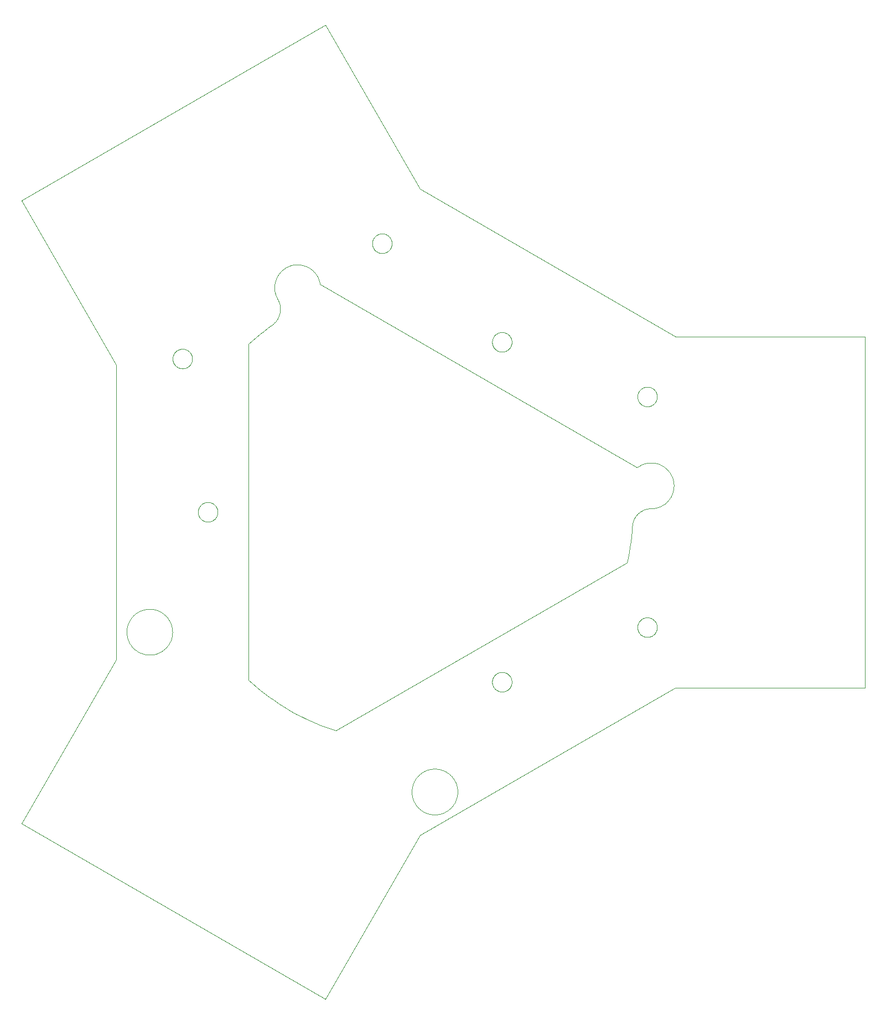
<source format=gbr>
%TF.GenerationSoftware,KiCad,Pcbnew,7.0.11-7.0.11~ubuntu22.04.1*%
%TF.CreationDate,2024-08-26T12:19:36+02:00*%
%TF.ProjectId,MotorDriver-Elec,4d6f746f-7244-4726-9976-65722d456c65,rev?*%
%TF.SameCoordinates,Original*%
%TF.FileFunction,Profile,NP*%
%FSLAX46Y46*%
G04 Gerber Fmt 4.6, Leading zero omitted, Abs format (unit mm)*
G04 Created by KiCad (PCBNEW 7.0.11-7.0.11~ubuntu22.04.1) date 2024-08-26 12:19:36*
%MOMM*%
%LPD*%
G01*
G04 APERTURE LIST*
%TA.AperFunction,Profile*%
%ADD10C,0.099999*%
%TD*%
G04 APERTURE END LIST*
D10*
X84860182Y-134471706D02*
X84774206Y-134480277D01*
X49001132Y-94774960D02*
X48990593Y-94814292D01*
X81657685Y-138246628D02*
X81665843Y-138331864D01*
X115656325Y-96271443D02*
X115626722Y-96334481D01*
X41034762Y-116997400D02*
X41120401Y-117008571D01*
X116994240Y-111483518D02*
X116957974Y-111502497D01*
X81687815Y-138502000D02*
X81702790Y-138587203D01*
X121724632Y-91357155D02*
X121728466Y-91271845D01*
X45684159Y-72982095D02*
X45717450Y-73005883D01*
X119073698Y-113355677D02*
X119087780Y-113317246D01*
X62735499Y-57657790D02*
X62657218Y-57693224D01*
X121674370Y-91781147D02*
X121688496Y-91696734D01*
X118422358Y-114120842D02*
X118457423Y-114099619D01*
X116970067Y-78890030D02*
X117006285Y-78908226D01*
X87869665Y-140158422D02*
X87922505Y-140090763D01*
X115547448Y-96527878D02*
X115524056Y-96593197D01*
X87700400Y-140352933D02*
X87758407Y-140289141D01*
X94952542Y-67794208D02*
X94914180Y-67808542D01*
X119535730Y-87910624D02*
X119456294Y-87880229D01*
X94146315Y-68456191D02*
X94126322Y-68492172D01*
X81758097Y-138838791D02*
X81780521Y-138921652D01*
X117597121Y-114319631D02*
X117638195Y-114321338D01*
X96561798Y-120175186D02*
X96533419Y-120144646D01*
X95326127Y-70707967D02*
X95367103Y-70710703D01*
X116179793Y-77714608D02*
X116184267Y-77755034D01*
X116182595Y-112644290D02*
X116178277Y-112684913D01*
X119165806Y-77700536D02*
X119168960Y-77659605D01*
X38309049Y-112139168D02*
X38275479Y-112218182D01*
X119000754Y-76868044D02*
X118981383Y-76832290D01*
X120305973Y-93976069D02*
X120374362Y-93924854D01*
X118988082Y-113541980D02*
X119007131Y-113505562D01*
X61934704Y-58143590D02*
X61868585Y-58198395D01*
X38726216Y-115638790D02*
X38778501Y-115707333D01*
X48949894Y-95343226D02*
X48954587Y-95383536D01*
X116290762Y-78149136D02*
X116307624Y-78187308D01*
X76801523Y-52665229D02*
X76761453Y-52673713D01*
X93952647Y-69035323D02*
X93948331Y-69075943D01*
X50393996Y-93694123D02*
X50352720Y-93695462D01*
X49236247Y-94299974D02*
X49212446Y-94333273D01*
X40154234Y-110309320D02*
X40075833Y-110342851D01*
X93942201Y-69198756D02*
X93942383Y-69239713D01*
X119168317Y-112712516D02*
X119164716Y-112671573D01*
X95367103Y-70710703D02*
X95407755Y-70711680D01*
X95957251Y-67803663D02*
X95918496Y-67789866D01*
X48037957Y-72022999D02*
X48044276Y-71983160D01*
X60646951Y-60564733D02*
X60640290Y-60649707D01*
X96812419Y-69822476D02*
X96828590Y-69784798D01*
X66544729Y-58328903D02*
X66481679Y-58270479D01*
X96929790Y-69021475D02*
X96924017Y-68980820D01*
X51889745Y-94801485D02*
X51878653Y-94761947D01*
X76489539Y-52763246D02*
X76452649Y-52780634D01*
X96533715Y-68183544D02*
X96505162Y-68154078D01*
X45012999Y-113760071D02*
X45017344Y-113674460D01*
X50109772Y-93730153D02*
X50070530Y-93740097D01*
X61493098Y-64461926D02*
X61500435Y-64388270D01*
X67039233Y-58914475D02*
X66991042Y-58844538D01*
X40809157Y-110104248D02*
X40724915Y-110122580D01*
X81901561Y-136647183D02*
X81870729Y-136727555D01*
X38026077Y-113731856D02*
X38031607Y-113817620D01*
X94838062Y-119800703D02*
X94800746Y-119817354D01*
X46553583Y-70264792D02*
X46512312Y-70266138D01*
X118238391Y-78953566D02*
X118276127Y-78937651D01*
X118238231Y-114210524D02*
X118276034Y-114194556D01*
X118313158Y-78920174D02*
X118350273Y-78902662D01*
X118263599Y-76185957D02*
X118225807Y-76170625D01*
X116325083Y-78224153D02*
X116343423Y-78260489D01*
X116337281Y-112137524D02*
X116319168Y-112174381D01*
X67545280Y-60083911D02*
X67525469Y-60000496D01*
X51614266Y-94256623D02*
X51588508Y-94225543D01*
X118161592Y-78982261D02*
X118200310Y-78968716D01*
X119171153Y-112876095D02*
X119172196Y-112835406D01*
X94599340Y-122414903D02*
X94633674Y-122437124D01*
X119212818Y-87798872D02*
X119130567Y-87775970D01*
X75797914Y-53380570D02*
X75778443Y-53416257D01*
X78480198Y-54709162D02*
X78495352Y-54671086D01*
X60457203Y-66440440D02*
X60513064Y-66391564D01*
X118276127Y-78937651D02*
X118313158Y-78920174D01*
X118559357Y-114030980D02*
X118592014Y-114006267D01*
X95083383Y-122630136D02*
X95123006Y-122639516D01*
X116770974Y-95058906D02*
X116711546Y-95095173D01*
X60619616Y-66289954D02*
X60671044Y-66236802D01*
X75596712Y-54041294D02*
X75594576Y-54081625D01*
X117080907Y-114200211D02*
X117118620Y-114215590D01*
X46971843Y-73207501D02*
X47010958Y-73195676D01*
X50083598Y-96649847D02*
X50123964Y-96658802D01*
X87814832Y-140224306D02*
X87869665Y-140158422D01*
X94458763Y-120041197D02*
X94428525Y-120068428D01*
X77100511Y-55636734D02*
X77141783Y-55635397D01*
X94490151Y-120014278D02*
X94458763Y-120041197D01*
X84157440Y-141318169D02*
X84239977Y-141340903D01*
X82073337Y-139635413D02*
X82114627Y-139710317D01*
X117006555Y-114165913D02*
X117043572Y-114183648D01*
X50813550Y-96645864D02*
X50853518Y-96635501D01*
X116324773Y-113481193D02*
X116343624Y-113517233D01*
X61560830Y-58493396D02*
X61503986Y-58557507D01*
X88623568Y-138360323D02*
X88632109Y-138275217D01*
X78576072Y-53904945D02*
X78568746Y-53865178D01*
X68420260Y-169689966D02*
X82925763Y-144566266D01*
X39321577Y-116255100D02*
X39389218Y-116307941D01*
X117676609Y-94712015D02*
X117608761Y-94726749D01*
X94013028Y-120716977D02*
X94001340Y-120755983D01*
X118200310Y-78968716D02*
X118238391Y-78953566D01*
X62814334Y-57624995D02*
X62735499Y-57657790D01*
X76141625Y-52976819D02*
X76110240Y-53003740D01*
X96329041Y-122383153D02*
X96361693Y-122358441D01*
X77209734Y-52640743D02*
X77168969Y-52637875D01*
X40128073Y-116742676D02*
X40207090Y-116776249D01*
X117501895Y-76074334D02*
X117461151Y-76079287D01*
X65155953Y-57518581D02*
X65073719Y-57494691D01*
X47848551Y-70997289D02*
X47827500Y-70962523D01*
X96295963Y-122407145D02*
X96329041Y-122383153D01*
X39599604Y-116457284D02*
X39672175Y-116503375D01*
X116130933Y-88358099D02*
X67593330Y-60334785D01*
X40449016Y-116863383D02*
X40531350Y-116889170D01*
X40367710Y-116836020D02*
X40449016Y-116863383D01*
X96514460Y-70260431D02*
X96543049Y-70231212D01*
X96393924Y-122332982D02*
X96425320Y-122306062D01*
X47913766Y-72412431D02*
X47930510Y-72375391D01*
X119947578Y-94208408D02*
X120021208Y-94164919D01*
X95813758Y-122626888D02*
X95853301Y-122615788D01*
X118070414Y-111375453D02*
X118030730Y-111365127D01*
X76735279Y-55593406D02*
X76775649Y-55602369D01*
X121716190Y-90844862D02*
X121707524Y-90759919D01*
X120441190Y-93871602D02*
X120506881Y-93817065D01*
X75609807Y-53918354D02*
X75604322Y-53959658D01*
X95110069Y-67749219D02*
X95070471Y-67759369D01*
X61503986Y-58557507D02*
X61448294Y-58621904D01*
X117340104Y-76101272D02*
X117300581Y-76111382D01*
X118225807Y-76170625D02*
X118187356Y-76155675D01*
X115029840Y-100548613D02*
X114897085Y-101343837D01*
X83675443Y-141136950D02*
X83754151Y-141171682D01*
X45526900Y-72851942D02*
X45556631Y-72879740D01*
X116173356Y-77510086D02*
X116172230Y-77550812D01*
X76527284Y-52747331D02*
X76489539Y-52763246D01*
X45587114Y-72907132D02*
X45618632Y-72932931D01*
X75696705Y-54683543D02*
X75712629Y-54721279D01*
X77583014Y-55554661D02*
X77621601Y-55540213D01*
X78590751Y-54231791D02*
X78592463Y-54190728D01*
X116580988Y-113850447D02*
X116608947Y-113880249D01*
X88487220Y-136916841D02*
X88460713Y-136835360D01*
X66985483Y-127502971D02*
X66232017Y-127178353D01*
X118187356Y-76155675D02*
X118148524Y-76141923D01*
X120506881Y-93817065D02*
X120570998Y-93760485D01*
X119171757Y-77536764D02*
X119170688Y-77496316D01*
X38888830Y-115839164D02*
X38946147Y-115902869D01*
X48018428Y-71413457D02*
X48008065Y-71373489D01*
X94633831Y-70476108D02*
X94668400Y-70497212D01*
X51485567Y-96270587D02*
X51514519Y-96241159D01*
X60983358Y-62390310D02*
X61021299Y-62466174D01*
X116994400Y-76226562D02*
X116958061Y-76245583D01*
X116922062Y-111522253D02*
X116886995Y-111543477D01*
X50070530Y-93740097D02*
X50030569Y-93750456D01*
X118422022Y-78863193D02*
X118457509Y-78842704D01*
X49813484Y-96554537D02*
X49850522Y-96571281D01*
X95476279Y-67712774D02*
X95435122Y-67712098D01*
X94189288Y-120348318D02*
X94167078Y-120382647D01*
X96931651Y-121350884D02*
X96935675Y-121310430D01*
X46006613Y-73159605D02*
X46045020Y-73173622D01*
X117542613Y-111327248D02*
X117501808Y-111331247D01*
X61237998Y-62878769D02*
X61206305Y-62812019D01*
X94013203Y-68754968D02*
X94001216Y-68794150D01*
X116301723Y-76953988D02*
X116285550Y-76991679D01*
X115144117Y-99750376D02*
X115029840Y-100548613D01*
X83993801Y-141265021D02*
X84075092Y-141292390D01*
X39997668Y-110380164D02*
X39920640Y-110417783D01*
X84350987Y-134551579D02*
X84268017Y-134572117D01*
X64908869Y-57452983D02*
X64825090Y-57434874D01*
X121729985Y-91185915D02*
X121729890Y-91100912D01*
X64991610Y-57472685D02*
X64908869Y-57452983D01*
X83107265Y-135115178D02*
X83037867Y-135165997D01*
X95044055Y-122619605D02*
X95083383Y-122630136D01*
X82159275Y-139784261D02*
X82204232Y-139857048D01*
X65633234Y-57703486D02*
X65555995Y-57667911D01*
X118410360Y-76258627D02*
X118374529Y-76239238D01*
X66940952Y-58774718D02*
X66889082Y-58706895D01*
X51788673Y-94533299D02*
X51770553Y-94496832D01*
X45000450Y-113159219D02*
X44990401Y-113074096D01*
X83084011Y-140788202D02*
X83154172Y-140838619D01*
X95892838Y-122604694D02*
X95931117Y-122591390D01*
X48058546Y-71696307D02*
X48055736Y-71655873D01*
X50123964Y-96658802D02*
X50163906Y-96667025D01*
X40531350Y-116889170D02*
X40613895Y-116911902D01*
X95995353Y-67817839D02*
X95957251Y-67803663D01*
X77250182Y-52644761D02*
X77209734Y-52640743D01*
X87580288Y-140475077D02*
X87641134Y-140414527D01*
X84689084Y-134490314D02*
X84604075Y-134502255D01*
X119007219Y-78248649D02*
X119025345Y-78211799D01*
X64402459Y-57376806D02*
X64317151Y-57371306D01*
X38548348Y-111683269D02*
X38503406Y-111756138D01*
X116483194Y-95254388D02*
X116428661Y-95297601D01*
X120282422Y-88323232D02*
X120212456Y-88273679D01*
X82903187Y-135273088D02*
X82838641Y-135328923D01*
X96795220Y-121820711D02*
X96811973Y-121783673D01*
X119154053Y-77332876D02*
X119147396Y-77292728D01*
X94369578Y-68164030D02*
X94340979Y-68193253D01*
X45178527Y-72350151D02*
X45195178Y-72387458D01*
X46349282Y-70280087D02*
X46308671Y-70285949D01*
X94599283Y-70453028D02*
X94633831Y-70476108D01*
X43891769Y-116105581D02*
X43954211Y-116046070D01*
X94776233Y-122518089D02*
X94813684Y-122535562D01*
X96919486Y-69470302D02*
X96926261Y-69430218D01*
X116271111Y-95434511D02*
X116221073Y-95482962D01*
X85346839Y-141454652D02*
X85432196Y-141448381D01*
X50244724Y-96680006D02*
X50285592Y-96684752D01*
X49106534Y-94508806D02*
X49088640Y-94545531D01*
X44774898Y-112245312D02*
X44742414Y-112165336D01*
X51870524Y-95650425D02*
X51882950Y-95610990D01*
X96940985Y-121228182D02*
X96941956Y-121187535D01*
X60947203Y-62312444D02*
X60983358Y-62390310D01*
X45894344Y-73109070D02*
X45931069Y-73126965D01*
X117829097Y-111329999D02*
X117788276Y-111326191D01*
X116175282Y-77468886D02*
X116173356Y-77510086D01*
X95612290Y-122664012D02*
X95653326Y-122658901D01*
X76815587Y-55610594D02*
X76855839Y-55617659D01*
X78409753Y-54856404D02*
X78428811Y-54819985D01*
X78522219Y-54593986D02*
X78534638Y-54554546D01*
X65485072Y-126836282D02*
X64747726Y-126476932D01*
X95123608Y-70678246D02*
X95163764Y-70686345D01*
X96191907Y-70511170D02*
X96226975Y-70489946D01*
X78299094Y-55028811D02*
X78322892Y-54995514D01*
X45078032Y-71996585D02*
X45084612Y-72036772D01*
X47834383Y-72556032D02*
X47856180Y-72520956D01*
X84075092Y-141292390D02*
X84157440Y-141318169D01*
X38067078Y-112961257D02*
X38053587Y-113046272D01*
X117608761Y-94726749D02*
X117540897Y-94742466D01*
X116179999Y-112971352D02*
X116183956Y-113012078D01*
X96445978Y-120059235D02*
X96414773Y-120032285D01*
X49094669Y-95853078D02*
X49113523Y-95889121D01*
X78551793Y-53785011D02*
X78541430Y-53745043D01*
X50653118Y-96677878D02*
X50693738Y-96672019D01*
X96939275Y-121269256D02*
X96940985Y-121228182D01*
X116194572Y-77306209D02*
X116188297Y-77346982D01*
X94703775Y-70517841D02*
X94739961Y-70538020D01*
X119007131Y-113505562D02*
X119025255Y-113468700D01*
X51383777Y-94025037D02*
X51350798Y-94000082D01*
X50326044Y-96688777D02*
X50366795Y-96691643D01*
X114746519Y-102136624D02*
X114577064Y-102924669D01*
X49313949Y-94204272D02*
X49287000Y-94235477D01*
X81693157Y-137390267D02*
X81679665Y-137475282D01*
X81652168Y-138160855D02*
X81657685Y-138246628D01*
X61242734Y-58894083D02*
X61195055Y-58965598D01*
X96215333Y-119888353D02*
X96179955Y-119867711D01*
X118090984Y-94661470D02*
X118021771Y-94666222D01*
X118916982Y-111984580D02*
X118893726Y-111951082D01*
X38020699Y-113559957D02*
X38022447Y-113645962D01*
X93942119Y-121159726D02*
X93942307Y-121200685D01*
X40724915Y-110122580D02*
X40641938Y-110143106D01*
X88024174Y-139951902D02*
X88072269Y-139881124D01*
X48980480Y-94854348D02*
X48972257Y-94894290D01*
X77059872Y-55635758D02*
X77100511Y-55636734D01*
X88589278Y-137334042D02*
X88572823Y-137249680D01*
X96414773Y-120032285D02*
X96382827Y-120005748D01*
X119036972Y-76941960D02*
X119019513Y-76905116D01*
X116571086Y-76545264D02*
X116543711Y-76575737D01*
X61414911Y-64897150D02*
X61432229Y-64825554D01*
X51561597Y-94194159D02*
X51533632Y-94164354D01*
X49469524Y-96334697D02*
X49500306Y-96360913D01*
X45144732Y-71268834D02*
X45131152Y-71307966D01*
X75623942Y-53837848D02*
X75616150Y-53878527D01*
X41976475Y-117001191D02*
X42062211Y-116988833D01*
X119172196Y-112835406D02*
X119172096Y-112794409D01*
X60516338Y-123967180D02*
X59847148Y-123492224D01*
X96912028Y-121472689D02*
X96919833Y-121432009D01*
X48055736Y-71655873D02*
X48052514Y-71614724D01*
X88177011Y-136210198D02*
X88133526Y-136136561D01*
X75692093Y-53601992D02*
X75678090Y-53640391D01*
X78509369Y-54632688D02*
X78522219Y-54593986D01*
X96107854Y-67868249D02*
X96070828Y-67850519D01*
X116256641Y-112325847D02*
X116243576Y-112364671D01*
X96329409Y-70422014D02*
X96362069Y-70397299D01*
X81653720Y-137731750D02*
X81649379Y-137817354D01*
X49633890Y-96456836D02*
X49668532Y-96477898D01*
X94668400Y-70497212D02*
X94703775Y-70517841D01*
X45618632Y-72932931D02*
X45650874Y-72958303D01*
X38381234Y-111983098D02*
X38343769Y-112060449D01*
X61370173Y-63222846D02*
X61346957Y-63152162D01*
X119108766Y-77133190D02*
X119096569Y-77094286D01*
X43954211Y-116046070D02*
X44015058Y-115985521D01*
X88526464Y-138866099D02*
X88548051Y-138783249D01*
X75665248Y-53679098D02*
X75652813Y-53718520D01*
X51924373Y-94961377D02*
X51917061Y-94921611D01*
X116653043Y-95132865D02*
X116595454Y-95171972D01*
X118712223Y-87691953D02*
X118627022Y-87680529D01*
X119123667Y-113199740D02*
X119133414Y-113159898D01*
X116450478Y-113692138D02*
X116474457Y-113725218D01*
X88422064Y-139193270D02*
X88450588Y-139112287D01*
X93964538Y-68954157D02*
X93957763Y-68994242D01*
X121130830Y-93117577D02*
X121177492Y-93045667D01*
X86134627Y-134603077D02*
X86051659Y-134579612D01*
X81646044Y-137989389D02*
X81647791Y-138075392D01*
X38447259Y-115206404D02*
X38488549Y-115281309D01*
X82007318Y-136412101D02*
X81969853Y-136489452D01*
X75678090Y-53640391D02*
X75665248Y-53679098D01*
X116752492Y-76379915D02*
X116720333Y-76405322D01*
X65860704Y-57821460D02*
X65785429Y-57780832D01*
X47543847Y-72897782D02*
X47574087Y-72870553D01*
X77980518Y-55345697D02*
X78013601Y-55321706D01*
X116189809Y-113052688D02*
X116196818Y-113093622D01*
X49146232Y-94437001D02*
X49126011Y-94473114D01*
X119109107Y-112390837D02*
X119096484Y-112351198D01*
X44658974Y-115078983D02*
X44696434Y-115001637D01*
X83471398Y-134887355D02*
X83395756Y-134929069D01*
X117556236Y-79059990D02*
X117597209Y-79062719D01*
X42508537Y-110174078D02*
X42425581Y-110150605D01*
X60692068Y-61499687D02*
X60708521Y-61584064D01*
X119322637Y-94483186D02*
X119403688Y-94455936D01*
X46308671Y-70285949D02*
X46268164Y-70293672D01*
X46228085Y-70302162D02*
X46188436Y-70311371D01*
X61887149Y-124869999D02*
X61195950Y-124426331D01*
X117182914Y-111403907D02*
X117144199Y-111417465D01*
X95030722Y-67769606D02*
X94991531Y-67781468D01*
X51329256Y-96402864D02*
X51361909Y-96378153D01*
X116196818Y-113093622D02*
X116204864Y-113132965D01*
X119112846Y-77982359D02*
X119123752Y-77942829D01*
X75723585Y-53526142D02*
X75707253Y-53563903D01*
X51938150Y-95083445D02*
X51934188Y-95042723D01*
X88368485Y-136594334D02*
X88333801Y-136515627D01*
X43849779Y-110918978D02*
X43784940Y-110862550D01*
X40207090Y-116776249D02*
X40287460Y-116807073D01*
X94106842Y-68527866D02*
X94088723Y-68564721D01*
X61146490Y-65581998D02*
X61180118Y-65516631D01*
X116474911Y-78468092D02*
X116500073Y-78500489D01*
X61061121Y-62541922D02*
X61103146Y-62616406D01*
X51776815Y-95877567D02*
X51795443Y-95840419D01*
X78290679Y-53232841D02*
X78265961Y-53200183D01*
X116172443Y-112807551D02*
X116172626Y-112848510D01*
X47088233Y-73168662D02*
X47126820Y-73154197D01*
X60769686Y-61832263D02*
X60794310Y-61913852D01*
X118869595Y-111918090D02*
X118844443Y-111885687D01*
X95123006Y-122639516D02*
X95163686Y-122647322D01*
X49245088Y-96096675D02*
X49269809Y-96129331D01*
X44015058Y-115985521D02*
X44074328Y-115923934D01*
X94521959Y-68027167D02*
X94490298Y-68053270D01*
X86024347Y-141347979D02*
X86107221Y-141325553D01*
X43695818Y-116272488D02*
X43762365Y-116218421D01*
X116552594Y-113819913D02*
X116580988Y-113850447D01*
X49776018Y-96537070D02*
X49813484Y-96554537D01*
X45354573Y-70871974D02*
X45330779Y-70905287D01*
X57287141Y-121438988D02*
X56678327Y-120889099D01*
X84831590Y-141446127D02*
X84917311Y-141452357D01*
X63298425Y-125707421D02*
X62587942Y-125296394D01*
X63976049Y-57369778D02*
X63891009Y-57374890D01*
X77426006Y-55599366D02*
X77465234Y-55589422D01*
X116419832Y-111996014D02*
X116397611Y-112030349D01*
X118613461Y-76396543D02*
X118581209Y-76371159D01*
X38851454Y-111266780D02*
X38796621Y-111332665D01*
X88400974Y-136674319D02*
X88368485Y-136594334D01*
X118160722Y-94659321D02*
X118090984Y-94661470D01*
X78137245Y-55214148D02*
X78166210Y-55184713D01*
X81957837Y-139404888D02*
X81994732Y-139482329D01*
X51909317Y-94881101D02*
X51900115Y-94841449D01*
X117068379Y-111448530D02*
X117030930Y-111465270D01*
X116892360Y-94990780D02*
X116831242Y-95024110D01*
X46282229Y-73239036D02*
X46322481Y-73246102D01*
X76121206Y-55278266D02*
X76152727Y-55304063D01*
X94196898Y-122010805D02*
X94220162Y-122044310D01*
X88133526Y-136136561D02*
X88087404Y-136063466D01*
X44696434Y-115001637D02*
X44731586Y-114923652D01*
X45338271Y-72635303D02*
X45362682Y-72669116D01*
X96542538Y-122192439D02*
X96569910Y-122161968D01*
X46471053Y-70267475D02*
X46430629Y-70270288D01*
X94286932Y-68254755D02*
X94261491Y-68287044D01*
X96852881Y-68703175D02*
X96838778Y-68665374D01*
X121612228Y-90256705D02*
X121589151Y-90174223D01*
X44824510Y-114683278D02*
X44851870Y-114601977D01*
X87777876Y-135652651D02*
X87720140Y-135588220D01*
X118457509Y-78842704D02*
X118492154Y-78820747D01*
X118030135Y-87664382D02*
X117944582Y-87669789D01*
X96828590Y-69784798D02*
X96843681Y-69746750D01*
X76695965Y-55582883D02*
X76735279Y-55593406D01*
X66217960Y-58054167D02*
X66148952Y-58004070D01*
X41291227Y-117023353D02*
X41377263Y-117028435D01*
X41491343Y-110031052D02*
X41405766Y-110033538D01*
X118386530Y-78883684D02*
X118422022Y-78863193D01*
X85687555Y-141418264D02*
X85772776Y-141403288D01*
X87990896Y-135921699D02*
X87940071Y-135852300D01*
X95733885Y-70683724D02*
X95773959Y-70675247D01*
X75728543Y-54759012D02*
X75746663Y-54795479D01*
X118613368Y-111653446D02*
X118581129Y-111628070D01*
X40233799Y-110276095D02*
X40154234Y-110309320D01*
X116752332Y-111636871D02*
X116720245Y-111662235D01*
X60646350Y-61161424D02*
X60654509Y-61246678D01*
X61444960Y-63508172D02*
X61428881Y-63436301D01*
X39920640Y-110417783D02*
X39845319Y-110458345D01*
X96935696Y-69348515D02*
X96938859Y-69307591D01*
X116176192Y-77673665D02*
X116179793Y-77714608D01*
X119456294Y-87880229D02*
X119375961Y-87851327D01*
X78265961Y-53200183D02*
X78239773Y-53168382D01*
X116173970Y-112889778D02*
X116176032Y-112930621D01*
X121619619Y-92031752D02*
X121639896Y-91948678D01*
X96262038Y-122429667D02*
X96295963Y-122407145D01*
X49005434Y-95624010D02*
X49017263Y-95663131D01*
X86994542Y-134988443D02*
X86920928Y-134943933D01*
X95653326Y-122658901D02*
X95693522Y-122652306D01*
X94220675Y-70083087D02*
X94244878Y-70116035D01*
X95271779Y-119683254D02*
X95230747Y-119688373D01*
X65555995Y-57667911D02*
X65476982Y-57634357D01*
X116375122Y-95342204D02*
X116322302Y-95387367D01*
X85289447Y-134463387D02*
X85203229Y-134461359D01*
X96425320Y-70345134D02*
X96455844Y-70317733D01*
X116863936Y-78828120D02*
X116898434Y-78849268D01*
X117030930Y-111465270D02*
X116994240Y-111483518D01*
X95285308Y-70704154D02*
X95326127Y-70707967D01*
X47996964Y-71333955D02*
X47984408Y-71295253D01*
X48958126Y-94974794D02*
X48952634Y-95016093D01*
X50720181Y-93718932D02*
X50679925Y-93711859D01*
X121161618Y-89245925D02*
X121113949Y-89174704D01*
X45285610Y-70974375D02*
X45264555Y-71009013D01*
X41663371Y-110034381D02*
X41577877Y-110031932D01*
X51940653Y-95125026D02*
X51938150Y-95083445D01*
X95839973Y-67765790D02*
X95800353Y-67755417D01*
X45072180Y-71955976D02*
X45078032Y-71996585D01*
X118445740Y-76279266D02*
X118410360Y-76258627D01*
X60851552Y-59650785D02*
X60823039Y-59731787D01*
X60993969Y-65834304D02*
X61033925Y-65773107D01*
X120793557Y-88775050D02*
X120734614Y-88713263D01*
X77128324Y-52636903D02*
X77086948Y-52636345D01*
X38778501Y-115707333D02*
X38832570Y-115773882D01*
X95204095Y-70693365D02*
X95244581Y-70699326D01*
X63720537Y-57391179D02*
X63635831Y-57401964D01*
X42231053Y-116957835D02*
X42314566Y-116939933D01*
X95800353Y-67755417D02*
X95760427Y-67746208D01*
X77621601Y-55540213D02*
X77660178Y-55525755D01*
X96083323Y-122529913D02*
X96119790Y-122511794D01*
X95931117Y-122591390D02*
X95970122Y-122577664D01*
X84945948Y-134466177D02*
X84860182Y-134471706D01*
X94926896Y-122582632D02*
X94966027Y-122596213D01*
X121563806Y-90092055D02*
X121537201Y-90011611D01*
X84604075Y-134502255D02*
X84519602Y-134516801D01*
X39065471Y-116026569D02*
X39127791Y-116085422D01*
X95879764Y-119738939D02*
X95840025Y-119727665D01*
X75778443Y-53416257D02*
X75758962Y-53451943D01*
X76643133Y-52705844D02*
X76604441Y-52718413D01*
X50571771Y-96687693D02*
X50612083Y-96682991D01*
X94490298Y-68053270D02*
X94458710Y-68079322D01*
X96940657Y-69144261D02*
X96937939Y-69102804D01*
X115418513Y-96997291D02*
X115406543Y-97065790D01*
X88646011Y-137931866D02*
X88644271Y-137845858D01*
X82881777Y-140629269D02*
X82947655Y-140684106D01*
X75635658Y-54488055D02*
X75646022Y-54528023D01*
X93966742Y-69483746D02*
X93974775Y-69524082D01*
X49040415Y-94658431D02*
X49026413Y-94696830D01*
X83913538Y-141236080D02*
X83993801Y-141265021D01*
X117542774Y-76070294D02*
X117501895Y-76074334D01*
X46878453Y-70299162D02*
X46838507Y-70290932D01*
X117261094Y-111379309D02*
X117221485Y-111390446D01*
X118685874Y-78669792D02*
X118715754Y-78641788D01*
X66232017Y-127178353D02*
X65485072Y-126836282D01*
X48008065Y-71373489D02*
X47996964Y-71333955D01*
X67362424Y-59514892D02*
X67328887Y-59436494D01*
X150969399Y-68370221D02*
X150969445Y-122044737D01*
X96119739Y-70549920D02*
X96156066Y-70530885D01*
X78555284Y-54475171D02*
X78563509Y-54435218D01*
X88285053Y-139507991D02*
X88321791Y-139431059D01*
X45388133Y-72701342D02*
X45413897Y-72732418D01*
X46430629Y-70270288D02*
X46389896Y-70274230D01*
X61491618Y-63798964D02*
X61482681Y-63725911D01*
X48990593Y-94814292D02*
X48980480Y-94854348D01*
X61473805Y-64607984D02*
X61484599Y-64535266D01*
X81665843Y-138331864D02*
X81675886Y-138416993D01*
X86511743Y-141182926D02*
X86590453Y-141148237D01*
X83037867Y-135165997D02*
X82970467Y-135218599D01*
X117828827Y-76072315D02*
X117788360Y-76069279D01*
X51180165Y-93887429D02*
X51144053Y-93867208D01*
X95394293Y-67713189D02*
X95353100Y-67714480D01*
X75921498Y-55072896D02*
X75947256Y-55103975D01*
X50489354Y-96692251D02*
X50530195Y-96690176D01*
X78422238Y-53440390D02*
X78403387Y-53404354D01*
X61447978Y-64752918D02*
X61462250Y-64681125D01*
X96393726Y-70371190D02*
X96425320Y-70345134D01*
X45250699Y-72497160D02*
X45271443Y-72533090D01*
X44977740Y-112989513D02*
X44963928Y-112904616D01*
X44151803Y-111223652D02*
X44094487Y-111159947D01*
X119058537Y-113393764D02*
X119073698Y-113355677D01*
X119872324Y-94248923D02*
X119947578Y-94208408D01*
X51709174Y-94390521D02*
X51686653Y-94356596D01*
X77722280Y-52774973D02*
X77685243Y-52758238D01*
X117869483Y-76077195D02*
X117828827Y-76072315D01*
X116668436Y-78678988D02*
X116699344Y-78706112D01*
X51455758Y-96298545D02*
X51485567Y-96270587D01*
X95680133Y-119692882D02*
X95639568Y-119686967D01*
X45195178Y-72387458D02*
X45212571Y-72424345D01*
X116730709Y-78731994D02*
X116762966Y-78757370D01*
X94888085Y-122567887D02*
X94926896Y-122582632D01*
X51919624Y-95450985D02*
X51925957Y-95411156D01*
X47930510Y-72375391D02*
X47946833Y-72337609D01*
X60640290Y-60649707D02*
X60636677Y-60734895D01*
X76391291Y-55461575D02*
X76427709Y-55480624D01*
X121334323Y-89541174D02*
X121293841Y-89465802D01*
X47036584Y-70342767D02*
X46997886Y-70329924D01*
X96533419Y-120144646D02*
X96504722Y-120115268D01*
X96295767Y-70445348D02*
X96329409Y-70422014D01*
X119133501Y-77902983D02*
X119142091Y-77862830D01*
X96686438Y-120336885D02*
X96663193Y-120303381D01*
X116562245Y-88081701D02*
X116487417Y-88122947D01*
X115626722Y-96334481D02*
X115598855Y-96398472D01*
X96903381Y-121511895D02*
X96912028Y-121472689D01*
X42258529Y-110110177D02*
X42174441Y-110093225D01*
X61110553Y-65646751D02*
X61146490Y-65581998D01*
X70070090Y-128620783D02*
X69289850Y-128368337D01*
X95516754Y-119675755D02*
X95475684Y-119674048D01*
X67131358Y-59058782D02*
X67086393Y-58985995D01*
X51008495Y-96582197D02*
X51046228Y-96566271D01*
X95557904Y-67716489D02*
X95516921Y-67713756D01*
X45271443Y-72533090D02*
X45293227Y-72567433D01*
X96757712Y-69932282D02*
X96777182Y-69896593D01*
X49458548Y-94060178D02*
X49428315Y-94087403D01*
X118624176Y-113980860D02*
X118655269Y-113954101D01*
X38244651Y-112298546D02*
X38214968Y-112379228D01*
X96878860Y-120742968D02*
X96867020Y-120703846D01*
X116343423Y-78260489D02*
X116363213Y-78296966D01*
X46918804Y-70308108D02*
X46878453Y-70299162D01*
X117761038Y-79061994D02*
X117801893Y-79058934D01*
X78428811Y-54819985D02*
X78447134Y-54783982D01*
X94438521Y-122288761D02*
X94469308Y-122314986D01*
X88511540Y-136999598D02*
X88487220Y-136916841D01*
X67293159Y-59359352D02*
X67255530Y-59282338D01*
X51857674Y-95689128D02*
X51870524Y-95650425D01*
X49621826Y-93936581D02*
X49588319Y-93959829D01*
X64747726Y-126476932D02*
X64018806Y-126100024D01*
X95530504Y-70709236D02*
X95571785Y-70706923D01*
X94813684Y-122535562D02*
X94850730Y-122552304D01*
X96671569Y-70071963D02*
X96694218Y-70037365D01*
X96284735Y-119932358D02*
X96250402Y-119910139D01*
X95366588Y-122671930D02*
X95407652Y-122673642D01*
X96789054Y-68552317D02*
X96770639Y-68516020D01*
X94408369Y-70299297D02*
X94438322Y-70326968D01*
X47380157Y-73020647D02*
X47414079Y-72998118D01*
X51647412Y-96085243D02*
X51671627Y-96052691D01*
X83322550Y-134973293D02*
X83249021Y-135018667D01*
X51893494Y-95571664D02*
X51903602Y-95531602D01*
X78156618Y-53078530D02*
X78127187Y-53049571D01*
X36441841Y-117729027D02*
X36442090Y-72686779D01*
X95800692Y-119717127D02*
X95760328Y-119708172D01*
X76882647Y-52651640D02*
X76842039Y-52657500D01*
X78045411Y-55295527D02*
X78077216Y-55269333D01*
X94071616Y-68601978D02*
X94055433Y-68639662D01*
X77544326Y-55567227D02*
X77583014Y-55554661D01*
X95231048Y-67727270D02*
X95190355Y-67733163D01*
X39148858Y-110957239D02*
X39085999Y-111016012D01*
X117221485Y-111390446D02*
X117182914Y-111403907D01*
X118491993Y-114077702D02*
X118526141Y-114055052D01*
X44461327Y-111634460D02*
X44414170Y-111562943D01*
X118525800Y-78797405D02*
X118559449Y-78774075D01*
X45362682Y-72669116D02*
X45388133Y-72701342D01*
X50800484Y-93736104D02*
X50760119Y-93727148D01*
X51119583Y-96530772D02*
X51156353Y-96511482D01*
X93942383Y-69239713D02*
X93943371Y-69280196D01*
X94875744Y-67822909D02*
X94838007Y-67838829D01*
X119921828Y-88094403D02*
X119846417Y-88053867D01*
X46634870Y-70266745D02*
X46594232Y-70265769D01*
X39672175Y-116503375D02*
X39745784Y-116547891D01*
X117624309Y-111322114D02*
X117583474Y-111324185D01*
X121722815Y-90929998D02*
X121716190Y-90844862D01*
X96843452Y-121707809D02*
X96857460Y-121669421D01*
X44132321Y-115860137D02*
X44188755Y-115795298D01*
X41120401Y-117008571D02*
X41205507Y-117017125D01*
X117679018Y-79064370D02*
X117719773Y-79063336D01*
X83623744Y-134809170D02*
X83546718Y-134846792D01*
X96889973Y-68820591D02*
X96878736Y-68781137D01*
X45919294Y-70409075D02*
X45882403Y-70426462D01*
X49269809Y-96129331D02*
X49295571Y-96160401D01*
X96351096Y-68019148D02*
X96318320Y-67995053D01*
X119025345Y-78211799D02*
X119042526Y-78174503D01*
X45740156Y-70508588D02*
X45706653Y-70531843D01*
X116231745Y-77146908D02*
X116220845Y-77186439D01*
X85517425Y-141440241D02*
X85602547Y-141430191D01*
X116580426Y-78592928D02*
X116608975Y-78622393D01*
X41548866Y-117031028D02*
X41634867Y-117029278D01*
X38743057Y-111400748D02*
X38691790Y-111469436D01*
X120374362Y-93924854D02*
X120441190Y-93871602D01*
X117719773Y-79063336D02*
X117761038Y-79061994D01*
X39696465Y-110544286D02*
X39623677Y-110589235D01*
X116852520Y-76308477D02*
X116818371Y-76331127D01*
X116319168Y-112174381D02*
X116301987Y-112211676D01*
X96900267Y-68860599D02*
X96889973Y-68820591D01*
X76030833Y-55194536D02*
X76060265Y-55223495D01*
X77046414Y-52637266D02*
X77005145Y-52638609D01*
X66991042Y-58844538D02*
X66940952Y-58774718D01*
X95004676Y-70647186D02*
X95044065Y-70658670D01*
X51757331Y-95913264D02*
X51776815Y-95877567D01*
X38214968Y-112379228D02*
X38187604Y-112460527D01*
X88615758Y-137503520D02*
X88603830Y-137418512D01*
X120484177Y-88480482D02*
X120418280Y-88426634D01*
X64656821Y-57405906D02*
X64572654Y-57393898D01*
X48943430Y-95260924D02*
X48945932Y-95302506D01*
X86590453Y-141148237D02*
X86668323Y-141112074D01*
X45717450Y-73005883D02*
X45751789Y-73028114D01*
X95853307Y-70654860D02*
X95892500Y-70642980D01*
X68420260Y-169689966D02*
X21936373Y-142852805D01*
X93952419Y-120996383D02*
X93948393Y-121036835D01*
X96588294Y-120205835D02*
X96561798Y-120175186D01*
X51839058Y-94645975D02*
X51823145Y-94608234D01*
X43195313Y-116604469D02*
X43269797Y-116562443D01*
X117106115Y-111432615D02*
X117068379Y-111448530D01*
X96070384Y-119811703D02*
X96033339Y-119794963D01*
X46162596Y-73211332D02*
X46201910Y-73221855D01*
X38594441Y-111610698D02*
X38548348Y-111683269D01*
X61351362Y-65108827D02*
X61374475Y-65038784D01*
X78534638Y-54554546D02*
X78545183Y-54515237D01*
X96008283Y-70601557D02*
X96046017Y-70585630D01*
X117393714Y-114295315D02*
X117434043Y-114302332D01*
X82204232Y-139857048D02*
X82252122Y-139928141D01*
X93994126Y-121564761D02*
X94005227Y-121604298D01*
X49398520Y-94115370D02*
X49369561Y-94144802D01*
X95083682Y-70669036D02*
X95123608Y-70678246D01*
X96828291Y-121745896D02*
X96843452Y-121707809D01*
X96694218Y-70037365D02*
X96716360Y-70003076D01*
X116427221Y-113658638D02*
X116450478Y-113692138D01*
X94040353Y-68677704D02*
X94026271Y-68716149D01*
X118715667Y-113898704D02*
X118744905Y-113870090D01*
X117665159Y-76064162D02*
X117624400Y-76065199D01*
X51882950Y-95610990D02*
X51893494Y-95571664D01*
X96361693Y-122358441D02*
X96393924Y-122332982D01*
X47075719Y-70356353D02*
X47036584Y-70342767D01*
X96033339Y-119794963D02*
X95995249Y-119779801D01*
X76604441Y-52718413D02*
X76565434Y-52732132D01*
X119692739Y-87978355D02*
X119614964Y-87944064D01*
X86693974Y-134821758D02*
X86616620Y-134784288D01*
X96622668Y-122099251D02*
X96647613Y-122066268D01*
X94739961Y-70538020D02*
X94776184Y-70556212D01*
X38020844Y-113473844D02*
X38020699Y-113559957D01*
X51911819Y-95491664D02*
X51919624Y-95450985D01*
X67525469Y-60000496D02*
X67503053Y-59917632D01*
X116285880Y-112249331D02*
X116270725Y-112287405D01*
X51250193Y-93929114D02*
X51215541Y-93908067D01*
X117678856Y-114321324D02*
X117720104Y-114320973D01*
X116763078Y-114015148D02*
X116796370Y-114038938D01*
X51934188Y-95042723D02*
X51929492Y-95002409D01*
X42342734Y-110129025D02*
X42258529Y-110110177D01*
X40865036Y-116969281D02*
X40950171Y-116984645D01*
X116628414Y-76486745D02*
X116599608Y-76516089D01*
X82173268Y-136111965D02*
X82129491Y-136185143D01*
X96899899Y-120821736D02*
X96889954Y-120782509D01*
X45019790Y-113588973D02*
X45019935Y-113502859D01*
X94727532Y-67892834D02*
X94692041Y-67913325D01*
X77685243Y-52758238D02*
X77646736Y-52742332D01*
X118581129Y-111628070D02*
X118548345Y-111603987D01*
X60654509Y-61246678D02*
X60665280Y-61331374D01*
X45070963Y-71588101D02*
X45066201Y-71628969D01*
X94094971Y-69872142D02*
X94113385Y-69908439D01*
X118827040Y-113778670D02*
X118852988Y-113747076D01*
X44921960Y-114354250D02*
X44940809Y-114270045D01*
X49565846Y-96410086D02*
X49599130Y-96433878D01*
X51770553Y-94496832D02*
X51750975Y-94461215D01*
X77913515Y-55392204D02*
X77947434Y-55369678D01*
X49153117Y-95961089D02*
X49174901Y-95995432D01*
X40697481Y-116933064D02*
X40780946Y-116952326D01*
X118763748Y-76535602D02*
X118735199Y-76506141D01*
X94692041Y-67913325D02*
X94656623Y-67933774D01*
X38098668Y-112792462D02*
X38081710Y-112876553D01*
X56678327Y-120889099D02*
X56678636Y-69496981D01*
X94532924Y-70405306D02*
X94565705Y-70429405D01*
X44579731Y-115231295D02*
X44620358Y-115156033D01*
X96179955Y-119867711D02*
X96144269Y-119848229D01*
X96867020Y-120703846D02*
X96853302Y-120664842D01*
X96485351Y-122250874D02*
X96514728Y-122222183D01*
X93954231Y-69402979D02*
X93960008Y-69443639D01*
X116954254Y-94958961D02*
X116892360Y-94990780D01*
X117043236Y-78926002D02*
X117081072Y-78943264D01*
X96882735Y-121591279D02*
X96893279Y-121551955D01*
X93994051Y-69603869D02*
X94005299Y-69643325D01*
X94270039Y-70148437D02*
X94295724Y-70179551D01*
X51622460Y-96118228D02*
X51647412Y-96085243D01*
X81935131Y-136568167D02*
X81901561Y-136647183D01*
X86189235Y-141301663D02*
X86271455Y-141274732D01*
X93945179Y-69116870D02*
X93942819Y-69157329D01*
X121409373Y-89694351D02*
X121372553Y-89616866D01*
X38162559Y-112542450D02*
X38139089Y-112625412D01*
X60794310Y-61913852D02*
X60820823Y-61995327D01*
X96144269Y-119848229D02*
X96107848Y-119829182D01*
X95489570Y-122673271D02*
X95530404Y-122671200D01*
X46931875Y-73217865D02*
X46971843Y-73207501D01*
X118492154Y-78820747D02*
X118525800Y-78797405D01*
X66078157Y-57955958D02*
X66007067Y-57909028D01*
X118044020Y-79017885D02*
X118083410Y-79006872D01*
X116595454Y-95171972D02*
X116538793Y-95212513D01*
X117690220Y-87700296D02*
X117606036Y-87714687D01*
X88390076Y-139273331D02*
X88422064Y-139193270D01*
X96941774Y-121146586D02*
X96940437Y-121105314D01*
X118592179Y-78749306D02*
X118624264Y-78723946D01*
X45810425Y-70466054D02*
X45774495Y-70486798D01*
X77263768Y-55626557D02*
X77304809Y-55621433D01*
X82252122Y-139928141D02*
X82300741Y-139998816D01*
X96070828Y-67850519D02*
X96033499Y-67833943D01*
X48044276Y-71983160D02*
X48049772Y-71941868D01*
X118744993Y-78613178D02*
X118773085Y-78583268D01*
X119641997Y-94361375D02*
X119719494Y-94325424D01*
X118624264Y-78723946D02*
X118655352Y-78697188D01*
X49850522Y-96571281D02*
X49889034Y-96587174D01*
X78463878Y-54746943D02*
X78480198Y-54709162D01*
X94088849Y-120526555D02*
X94072107Y-120563597D01*
X45496735Y-72823406D02*
X45526900Y-72851942D01*
X117923617Y-114300261D02*
X117963831Y-114292690D01*
X48974765Y-95504850D02*
X48983968Y-95544501D01*
X51929492Y-95002409D02*
X51924373Y-94961377D01*
X119076660Y-94554813D02*
X119159081Y-94532647D01*
X82631002Y-140394728D02*
X82691550Y-140455578D01*
X44928414Y-112736430D02*
X44907879Y-112653454D01*
X87454159Y-140591897D02*
X87517860Y-140534581D01*
X67394492Y-59594147D02*
X67362424Y-59514892D01*
X43974428Y-111036670D02*
X43912413Y-110976665D01*
X47273946Y-73083922D02*
X47310299Y-73063912D01*
X118486558Y-94649137D02*
X118571774Y-94641973D01*
X116864000Y-114084945D02*
X116899067Y-114106743D01*
X118706033Y-111734861D02*
X118675648Y-111706457D01*
X60636146Y-60991360D02*
X60640514Y-61076821D01*
X47310299Y-73063912D02*
X47345066Y-73042861D01*
X75896784Y-55040244D02*
X75921498Y-55072896D01*
X95957174Y-119764634D02*
X95918465Y-119751787D01*
X44764725Y-114843905D02*
X44795980Y-114764266D01*
X85375059Y-134467734D02*
X85289447Y-134463387D01*
X61459131Y-63580141D02*
X61444960Y-63508172D01*
X44907879Y-112653454D02*
X44885463Y-112570591D01*
X76217527Y-55353646D02*
X76250819Y-55377434D01*
X95230747Y-119688373D02*
X95190553Y-119694956D01*
X82369126Y-135829742D02*
X82317867Y-135898445D01*
X118791681Y-111823263D02*
X118763665Y-111792514D01*
X95190355Y-67733163D02*
X95150140Y-67740735D01*
X95720264Y-67738122D02*
X95679939Y-67731089D01*
X76452649Y-52780634D02*
X76415761Y-52798019D01*
X116172417Y-77591770D02*
X116173906Y-77632954D01*
X38275479Y-112218182D02*
X38244651Y-112298546D01*
X42590462Y-110199124D02*
X42508537Y-110174078D01*
X94244878Y-70116035D02*
X94270039Y-70148437D01*
X95271435Y-67721546D02*
X95231048Y-67727270D01*
X83177941Y-135066555D02*
X83107265Y-135115178D01*
X62070342Y-58039853D02*
X62002106Y-58090992D01*
X76343790Y-52837607D02*
X76308597Y-52857926D01*
X93957600Y-120956239D02*
X93952419Y-120996383D01*
X96866463Y-68742263D02*
X96852881Y-68703175D01*
X78518500Y-53666387D02*
X78504780Y-53627388D01*
X76682247Y-52694018D02*
X76643133Y-52705844D01*
X81969853Y-136489452D02*
X81935131Y-136568167D01*
X88219464Y-136285409D02*
X88177011Y-136210198D01*
X44997478Y-113931324D02*
X45006037Y-113846218D01*
X121476881Y-89850906D02*
X121444003Y-89772123D01*
X86920928Y-134943933D02*
X86846290Y-134900991D01*
X40476743Y-110190584D02*
X40395260Y-110217083D01*
X117859489Y-87677852D02*
X117774581Y-87687762D01*
X117745287Y-94699744D02*
X117676609Y-94712015D01*
X39769679Y-110500060D02*
X39696465Y-110544286D01*
X41577877Y-110031932D02*
X41491343Y-110031052D01*
X96938359Y-121064469D02*
X96934396Y-121023746D01*
X121589151Y-90174223D02*
X121563806Y-90092055D01*
X82947655Y-140684106D02*
X83015309Y-140736941D01*
X88643423Y-138103468D02*
X88645457Y-138017239D01*
X49522170Y-94007807D02*
X49490367Y-94033992D01*
X38832570Y-115773882D02*
X38888830Y-115839164D01*
X49261619Y-94267732D02*
X49236247Y-94299974D01*
X117950707Y-111347777D02*
X117910379Y-111340750D01*
X119159081Y-94532647D02*
X119241024Y-94508798D01*
X94295775Y-122141431D02*
X94322694Y-122172813D01*
X119154389Y-112590522D02*
X119147234Y-112549686D01*
X78587148Y-54272968D02*
X78590751Y-54231791D01*
X93942307Y-121200685D02*
X93943639Y-121241949D01*
X119100936Y-78021506D02*
X119112846Y-77982359D01*
X117944582Y-87669789D02*
X117859489Y-87677852D01*
X40977998Y-110073246D02*
X40893524Y-110087791D01*
X116285550Y-76991679D02*
X116270385Y-77029758D01*
X119087780Y-113317246D02*
X119100779Y-113278451D01*
X118946802Y-113612738D02*
X118967667Y-113577229D01*
X117473434Y-94759911D02*
X117406880Y-94779751D01*
X45845615Y-70445737D02*
X45810425Y-70466054D01*
X50760119Y-93727148D02*
X50720181Y-93718932D01*
X117474692Y-79051334D02*
X117515422Y-79056177D01*
X118276034Y-114194556D02*
X118313430Y-114177860D01*
X77182621Y-55633323D02*
X77223042Y-55630513D01*
X118445655Y-111536176D02*
X118410196Y-111515584D01*
X94469241Y-70354099D02*
X94500604Y-70379979D01*
X60284958Y-66578992D02*
X60343356Y-66534511D01*
X61508666Y-64019837D02*
X61504242Y-63946135D01*
X47512042Y-72923975D02*
X47543847Y-72897782D01*
X119161917Y-77741888D02*
X119165806Y-77700536D01*
X96770639Y-68516020D02*
X96751270Y-68480282D01*
X119403688Y-94455936D02*
X119483845Y-94426286D01*
X44620358Y-115156033D02*
X44658974Y-115078983D01*
X87184373Y-140805337D02*
X87253776Y-140754513D01*
X116235546Y-113252124D02*
X116247791Y-113291979D01*
X94153498Y-69980107D02*
X94174764Y-70014749D01*
X95612166Y-70702181D02*
X95652990Y-70697190D01*
X60634824Y-60906079D02*
X60636146Y-60991360D01*
X117380183Y-76092800D02*
X117340104Y-76101272D01*
X121113949Y-89174704D02*
X121064869Y-89105274D01*
X117406880Y-94779751D02*
X117340380Y-94800557D01*
X44398097Y-115522895D02*
X44446193Y-115452118D01*
X47688452Y-72753682D02*
X47714982Y-72721751D01*
X49212446Y-94333273D02*
X49189077Y-94367291D01*
X96455968Y-122279571D02*
X96485351Y-122250874D01*
X118880514Y-87718940D02*
X118796744Y-87704743D01*
X49055576Y-94620342D02*
X49040415Y-94658431D01*
X51878653Y-94761947D02*
X51866819Y-94722820D01*
X78474833Y-53551806D02*
X78458493Y-53513334D01*
X95530404Y-122671200D02*
X95571568Y-122667974D01*
X85088832Y-141459889D02*
X85174949Y-141460031D01*
X40287460Y-116807073D02*
X40367710Y-116836020D01*
X75632175Y-53797909D02*
X75623942Y-53837848D01*
X119087868Y-78060334D02*
X119100936Y-78021506D01*
X47049646Y-73183109D02*
X47088233Y-73168662D01*
X44593374Y-111856412D02*
X44550925Y-111781194D01*
X93972464Y-120875311D02*
X93964236Y-120915257D01*
X96597093Y-70169705D02*
X96622547Y-70137416D01*
X75938689Y-53179050D02*
X75913310Y-53211287D01*
X116762966Y-78757370D02*
X116796164Y-78782195D01*
X45135594Y-72235138D02*
X45148890Y-72273412D01*
X116199822Y-88307574D02*
X116130933Y-88358099D01*
X82129491Y-136185143D02*
X82086979Y-136260527D01*
X117340380Y-94800557D02*
X117274511Y-94822941D01*
X77531244Y-52701481D02*
X77491499Y-52690203D01*
X60882807Y-59571161D02*
X60851552Y-59650785D01*
X47706418Y-70796823D02*
X47679187Y-70766594D01*
X94850730Y-122552304D02*
X94888085Y-122567887D01*
X38187604Y-112460527D02*
X38162559Y-112542450D01*
X42174441Y-110093225D02*
X42090460Y-110078167D01*
X51191966Y-96491898D02*
X51226747Y-96470840D01*
X116210670Y-77225548D02*
X116202078Y-77265704D01*
X119123752Y-77942829D02*
X119133501Y-77902983D01*
X117209113Y-94847007D02*
X117144424Y-94872626D01*
X42990541Y-110355278D02*
X42912561Y-110320141D01*
X41834696Y-110044962D02*
X41748982Y-110038728D01*
X118161509Y-114239173D02*
X118200222Y-114225630D01*
X96751270Y-68480282D02*
X96730526Y-68444353D01*
X47368513Y-70501135D02*
X47333870Y-70480075D01*
X51542751Y-96212146D02*
X51570127Y-96181682D01*
X61505886Y-64314734D02*
X61509447Y-64241311D01*
X88640633Y-137759967D02*
X88634369Y-137674625D01*
X118772999Y-113840183D02*
X118800375Y-113809711D01*
X87475123Y-135348408D02*
X87410290Y-135291976D01*
X38503406Y-111756138D02*
X38460901Y-111831519D01*
X78346263Y-54961494D02*
X78368485Y-54927160D01*
X118003978Y-114284177D02*
X118043935Y-114274795D01*
X119053320Y-112236311D02*
X119036813Y-112198916D01*
X67593330Y-60334785D02*
X67579934Y-60250624D01*
X118374529Y-76239238D02*
X118337957Y-76220265D01*
X40893524Y-110087791D02*
X40809157Y-110104248D01*
X48945932Y-95302506D02*
X48949894Y-95343226D01*
X50407444Y-96692621D02*
X50448829Y-96693166D01*
X51425534Y-96325773D02*
X51455758Y-96298545D01*
X87661059Y-135526522D02*
X87600505Y-135465675D01*
X45067784Y-71914502D02*
X45072180Y-71955976D01*
X85968806Y-134558024D02*
X85884607Y-134539186D01*
X77465234Y-55589422D02*
X77505199Y-55579060D01*
X62354946Y-57852077D02*
X62282473Y-57895876D01*
X116182755Y-77387333D02*
X116178364Y-77428000D01*
X45017344Y-113674460D02*
X45019790Y-113588973D01*
X67174847Y-59132412D02*
X67131358Y-59058782D01*
X121984034Y-68370550D02*
X150969399Y-68370221D01*
X59847148Y-123492224D02*
X59189547Y-123001782D01*
X60985938Y-59336614D02*
X60949634Y-59414282D01*
X87517860Y-140534581D02*
X87580288Y-140475077D01*
X119025255Y-113468700D02*
X119042372Y-113431453D01*
X60747693Y-61750133D02*
X60769686Y-61832263D01*
X77867236Y-52851628D02*
X77831857Y-52830983D01*
X95639568Y-119686967D02*
X95598698Y-119682219D01*
X66723756Y-58511988D02*
X66666144Y-58449446D01*
X82032356Y-139559350D02*
X82073337Y-139635413D01*
X116235408Y-77995339D02*
X116247603Y-78034245D01*
X50969913Y-96596641D02*
X51008495Y-96582197D01*
X65398077Y-57602670D02*
X65318132Y-57572570D01*
X93990801Y-120795315D02*
X93980688Y-120835371D01*
X46838507Y-70290932D02*
X46798251Y-70283860D01*
X66352841Y-58159094D02*
X66285924Y-58105844D01*
X46689674Y-73258961D02*
X46730412Y-73254998D01*
X62428994Y-57809325D02*
X62354946Y-57852077D01*
X88645457Y-138017239D02*
X88646011Y-137931866D01*
X45014556Y-113330960D02*
X45008294Y-113245620D01*
X118300846Y-111459448D02*
X118263443Y-111442912D01*
X64146163Y-57366390D02*
X64061202Y-57366557D01*
X49554826Y-93983086D02*
X49522170Y-94007807D01*
X48954587Y-95383536D02*
X48959710Y-95424573D01*
X94072107Y-120563597D02*
X94055784Y-120601365D01*
X45098810Y-71426356D02*
X45089851Y-71466714D01*
X75947256Y-55103975D02*
X75974180Y-55135351D01*
X47201438Y-73120887D02*
X47237909Y-73102773D01*
X87137883Y-135082634D02*
X87067107Y-135034539D01*
X85546310Y-134483252D02*
X85460053Y-134474384D01*
X66835439Y-58641083D02*
X66780340Y-58576103D01*
X117869819Y-111334844D02*
X117829097Y-111329999D01*
X93945715Y-121282792D02*
X93949679Y-121323515D01*
X85800517Y-134522228D02*
X85716544Y-134507172D01*
X95813567Y-70665092D02*
X95853307Y-70654860D01*
X94727513Y-119854754D02*
X94691892Y-119874341D01*
X94428186Y-68106715D02*
X94398309Y-68134730D01*
X116886995Y-111543477D02*
X116852356Y-111565434D01*
X76285158Y-55399665D02*
X76320223Y-55421452D01*
X84660845Y-141426403D02*
X84746485Y-141437575D01*
X95558241Y-119678201D02*
X95516754Y-119675755D01*
X42726301Y-116816593D02*
X42806403Y-116785992D01*
X66666144Y-58449446D02*
X66605597Y-58388598D01*
X76273521Y-52880142D02*
X76240021Y-52903395D01*
X47651952Y-70736376D02*
X47623253Y-70706976D01*
X88431574Y-136754417D02*
X88400974Y-136674319D01*
X47113368Y-70370781D02*
X47075719Y-70356353D01*
X38343769Y-112060449D02*
X38309049Y-112139168D01*
X117353711Y-79030267D02*
X117393802Y-79038404D01*
X77843664Y-55435465D02*
X77878434Y-55414413D01*
X84576249Y-141413653D02*
X84660845Y-141426403D01*
X96455844Y-70317733D02*
X96485720Y-70289737D01*
X96893649Y-69590812D02*
X96903388Y-69550964D01*
X78221811Y-55125239D02*
X78248350Y-55093302D01*
X94532750Y-122367315D02*
X94566054Y-122391109D01*
X60401637Y-66488149D02*
X60457203Y-66440440D01*
X49692100Y-93894053D02*
X49656910Y-93914370D01*
X81737147Y-138755080D02*
X81758097Y-138838791D01*
X47731862Y-70829053D02*
X47706418Y-70796823D01*
X67503053Y-59917632D02*
X67479163Y-59835620D01*
X95150140Y-67740735D02*
X95110069Y-67749219D01*
X121385769Y-92673189D02*
X121421774Y-92595690D01*
X61273534Y-65316053D02*
X61301266Y-65247263D01*
X81679665Y-137475282D02*
X81669234Y-137560500D01*
X38234404Y-114737829D02*
X38265003Y-114817927D01*
X118818405Y-76596921D02*
X118791342Y-76565617D01*
X75826592Y-54938987D02*
X75849107Y-54972917D01*
X121639896Y-91948678D02*
X121658005Y-91864900D01*
X84435240Y-134533248D02*
X84350987Y-134551579D01*
X45089851Y-71466714D02*
X45082781Y-71506976D01*
X45458922Y-70746238D02*
X45431541Y-70776696D01*
X121729890Y-91100912D02*
X121727333Y-91015375D01*
X116796164Y-78782195D02*
X116829821Y-78805785D01*
X78338648Y-53298996D02*
X78315399Y-53265489D01*
X95244507Y-122660294D02*
X95285382Y-122665051D01*
X50366795Y-96691643D02*
X50407444Y-96692621D01*
X116269777Y-88258389D02*
X116199822Y-88307574D01*
X38053587Y-113046272D02*
X38043156Y-113131493D01*
X96823300Y-68627382D02*
X96806865Y-68589950D01*
X94776184Y-70556212D02*
X94813199Y-70573939D01*
X116466775Y-111928824D02*
X116442833Y-111962206D01*
X121572711Y-92195706D02*
X121597245Y-92114077D01*
X118735113Y-111763051D02*
X118706033Y-111734861D01*
X63301019Y-57467193D02*
X63218466Y-57488453D01*
X44851870Y-114601977D02*
X44877656Y-114519639D01*
X76308597Y-52857926D02*
X76273521Y-52880142D01*
X118514775Y-76323484D02*
X118480658Y-76301150D01*
X116175128Y-112725839D02*
X116173422Y-112766911D01*
X96941644Y-69184754D02*
X96940657Y-69144261D01*
X88599644Y-138530556D02*
X88612384Y-138445963D01*
X95353100Y-67714480D02*
X95312243Y-67717542D01*
X45061756Y-71832942D02*
X45064252Y-71874510D01*
X61499081Y-63872849D02*
X61491618Y-63798964D01*
X81646187Y-137903272D02*
X81646044Y-137989389D01*
X82514915Y-140268168D02*
X82572219Y-140331868D01*
X88205082Y-139660721D02*
X88246435Y-139585040D01*
X118960980Y-112054006D02*
X118939206Y-112018673D01*
X63635831Y-57401964D02*
X63551667Y-57415353D01*
X118122522Y-114251908D02*
X118161509Y-114239173D01*
X115239718Y-98949235D02*
X115144117Y-99750376D01*
X62282473Y-57895876D02*
X62210533Y-57942308D01*
X78541430Y-53745043D02*
X78530333Y-53705507D01*
X38154438Y-114492649D02*
X38179486Y-114574974D01*
X96926261Y-69430218D02*
X96931387Y-69389131D01*
X50044270Y-96639314D02*
X50083598Y-96649847D01*
X94522380Y-119988834D02*
X94490151Y-120014278D01*
X60817762Y-66070957D02*
X60864021Y-66013935D01*
X78560998Y-53824660D02*
X78551793Y-53785011D01*
X95393779Y-119674411D02*
X95352930Y-119676488D01*
X86970244Y-140947534D02*
X87042608Y-140901852D01*
X62210533Y-57942308D02*
X62139443Y-57990197D01*
X96941956Y-121187535D02*
X96941774Y-121146586D01*
X40950171Y-116984645D02*
X41034762Y-116997400D01*
X96788881Y-120514322D02*
X96770762Y-120477857D01*
X44414170Y-111562943D02*
X44364813Y-111492696D01*
X44958492Y-114185531D02*
X44973553Y-114101556D01*
X119294664Y-87823963D02*
X119212818Y-87798872D01*
X96822930Y-120588525D02*
X96806279Y-120551214D01*
X119769890Y-88014953D02*
X119692739Y-87978355D01*
X61180118Y-65516631D02*
X61213326Y-65450539D01*
X118705773Y-76477184D02*
X118675809Y-76449502D01*
X121293841Y-89465802D02*
X121251602Y-89391459D01*
X116307391Y-113444304D02*
X116324773Y-113481193D01*
X47126820Y-73154197D02*
X47164128Y-73137548D01*
X87922505Y-140090763D02*
X87973763Y-140022074D01*
X121222929Y-92973487D02*
X121266216Y-92899611D01*
X76355594Y-55442083D02*
X76391291Y-55461575D01*
X47740780Y-72690233D02*
X47765735Y-72657254D01*
X96663353Y-68341379D02*
X96639153Y-68308430D01*
X96180249Y-67906619D02*
X96144064Y-67886440D01*
X95325828Y-122669065D02*
X95366588Y-122671930D01*
X47501373Y-70597468D02*
X47469131Y-70572096D01*
X118374442Y-111496151D02*
X118337803Y-111477218D01*
X94850535Y-70590511D02*
X94888671Y-70606621D01*
X96425320Y-122306062D02*
X96455968Y-122279571D01*
X116322302Y-95387367D02*
X116271111Y-95434511D01*
X85602547Y-141430191D02*
X85687555Y-141418264D01*
X95639442Y-67725134D02*
X95598727Y-67720300D01*
X78568746Y-53865178D02*
X78560998Y-53824660D01*
X75606282Y-54327104D02*
X75612127Y-54367717D01*
X63383682Y-57447818D02*
X63301019Y-57467193D01*
X119068889Y-77017383D02*
X119053406Y-76979397D01*
X96925735Y-121391449D02*
X96931651Y-121350884D01*
X76842039Y-52657500D02*
X76801523Y-52665229D01*
X83445353Y-141019520D02*
X83521781Y-141060450D01*
X116571420Y-111802914D02*
X116543974Y-111833425D01*
X45706653Y-70531843D02*
X45673149Y-70555097D01*
X94764284Y-119835481D02*
X94727513Y-119854754D01*
X94030767Y-121682424D02*
X94045226Y-121721002D01*
X85117421Y-134460060D02*
X85031419Y-134461811D01*
X116428661Y-95297601D02*
X116375122Y-95342204D01*
X93942819Y-69157329D02*
X93942201Y-69198756D01*
X96284741Y-67971432D02*
X96250197Y-67948350D01*
X51156353Y-96511482D02*
X51191966Y-96491898D01*
X61471855Y-63652963D02*
X61459131Y-63580141D01*
X118909616Y-94591618D02*
X118993054Y-94573747D01*
X44446193Y-115452118D02*
X44492285Y-115379547D01*
X75871636Y-55006857D02*
X75896784Y-55040244D01*
X67086393Y-58985995D02*
X67039233Y-58914475D01*
X116958061Y-76245583D02*
X116922150Y-76265338D01*
X117234716Y-78999247D02*
X117274099Y-79010727D01*
X51686653Y-94356596D02*
X51663709Y-94321935D01*
X115502388Y-96659473D02*
X115482175Y-96725895D01*
X95598698Y-119682219D02*
X95558241Y-119678201D01*
X47447156Y-72974141D02*
X47480235Y-72950153D01*
X76721801Y-52682924D02*
X76682247Y-52694018D01*
X61500435Y-64388270D02*
X61505886Y-64314734D01*
X51570127Y-96181682D02*
X51597082Y-96150473D01*
X119120345Y-112430293D02*
X119109107Y-112390837D01*
X51414562Y-94051259D02*
X51383777Y-94025037D01*
X47765735Y-72657254D02*
X47789523Y-72623963D01*
X76761453Y-52673713D02*
X76721801Y-52682924D01*
X76080013Y-53030962D02*
X76050201Y-53058930D01*
X82114627Y-139710317D02*
X82159275Y-139784261D01*
X117106281Y-76175655D02*
X117068465Y-76191616D01*
X95150048Y-119702696D02*
X95109979Y-119711174D01*
X116898434Y-78849268D02*
X116933805Y-78869900D01*
X94001216Y-68794150D02*
X93990388Y-68833648D01*
X116383220Y-113589202D02*
X116405435Y-113624292D01*
X40313896Y-110245498D02*
X40233799Y-110276095D01*
X83859882Y-134705095D02*
X83779900Y-134737584D01*
X60678373Y-60310959D02*
X60666359Y-60395130D01*
X48053793Y-71901409D02*
X48057386Y-71860238D01*
X118070499Y-76118541D02*
X118030810Y-76108217D01*
X75740329Y-53489104D02*
X75723585Y-53526142D01*
X46268164Y-70293672D02*
X46228085Y-70302162D01*
X61510693Y-64167269D02*
X61510049Y-64093339D01*
X50163906Y-96667025D02*
X50204157Y-96674091D01*
X43718323Y-110808139D02*
X43650979Y-110754149D01*
X88072269Y-139881124D02*
X88118363Y-139808554D01*
X45131152Y-71307966D02*
X45119444Y-71346968D01*
X121347877Y-92749809D02*
X121385769Y-92673189D01*
X46322481Y-73246102D02*
X46363042Y-73252011D01*
X88503727Y-138948635D02*
X88526464Y-138866099D01*
X96613986Y-68276022D02*
X96588298Y-68244903D01*
X45189489Y-71155011D02*
X45173894Y-71192346D01*
X118869257Y-76660441D02*
X118844525Y-76628774D01*
X96938859Y-69307591D02*
X96941206Y-69267130D01*
X51361909Y-96378153D02*
X51393715Y-96351958D01*
X49088640Y-94545531D02*
X49071900Y-94582576D01*
X94236330Y-68319164D02*
X94212459Y-68352503D01*
X82086979Y-136260527D02*
X82046352Y-136335789D01*
X61394618Y-58688098D02*
X61342507Y-58755325D01*
X94398730Y-120096397D02*
X94369345Y-120125091D01*
X47941472Y-71180251D02*
X47924387Y-71142208D01*
X96750753Y-120441506D02*
X96730434Y-120406313D01*
X57818624Y-68487840D02*
X58405079Y-68001627D01*
X116221073Y-95482962D02*
X116172242Y-95532659D01*
X78593249Y-54109119D02*
X78591914Y-54067859D01*
X116638401Y-78651351D02*
X116668436Y-78678988D01*
X120755026Y-93581892D02*
X120813578Y-93519733D01*
X49076865Y-95815450D02*
X49094669Y-95853078D01*
X50435254Y-93692784D02*
X50393996Y-93694123D01*
X118286044Y-87658389D02*
X118200938Y-87658640D01*
X119170688Y-77496316D02*
X119168404Y-77455603D01*
X45576871Y-70632189D02*
X45546644Y-70659410D01*
X51108055Y-93848895D02*
X51070600Y-93831413D01*
X44861148Y-112487842D02*
X44834635Y-112406352D01*
X88533957Y-137082462D02*
X88511540Y-136999598D01*
X51900115Y-94841449D02*
X51889745Y-94801485D01*
X38265003Y-114817927D02*
X38297803Y-114896757D01*
X46188436Y-70311371D02*
X46148888Y-70322461D01*
X96889954Y-120782509D02*
X96878860Y-120742968D01*
X118542064Y-87671889D02*
X118456856Y-87665363D01*
X76184976Y-55329431D02*
X76217527Y-55353646D01*
X62973792Y-57564224D02*
X62893266Y-57594074D01*
X45315015Y-72601783D02*
X45338271Y-72635303D01*
X88638341Y-138189500D02*
X88643423Y-138103468D01*
X88259280Y-136361164D02*
X88219464Y-136285409D01*
X96811973Y-121783673D02*
X96828291Y-121745896D01*
X42753171Y-110255740D02*
X42672493Y-110226063D01*
X117434129Y-79045422D02*
X117474692Y-79051334D01*
X96156066Y-70530885D02*
X96191907Y-70511170D01*
X47888879Y-71068833D02*
X47869295Y-71033220D01*
X116341566Y-88212048D02*
X116269777Y-88258389D01*
X88583844Y-138614959D02*
X88599644Y-138530556D01*
X94269595Y-122109621D02*
X94295775Y-122141431D01*
X95190553Y-119694956D02*
X95150048Y-119702696D01*
X117144424Y-94872626D02*
X117080359Y-94899839D01*
X76020826Y-53087633D02*
X75993023Y-53117367D01*
X51941195Y-95247899D02*
X51941739Y-95206514D01*
X118401300Y-94654374D02*
X118486558Y-94649137D01*
X96903388Y-69550964D02*
X96912057Y-69510765D01*
X96008278Y-122562485D02*
X96046013Y-122546560D01*
X45111923Y-72156893D02*
X45123761Y-72196027D01*
X44034982Y-111097515D02*
X43974428Y-111036670D01*
X47988854Y-72222433D02*
X48001270Y-72182994D01*
X39025151Y-111076559D02*
X38965153Y-111138579D01*
X116949326Y-87901246D02*
X116870078Y-87933310D01*
X88297637Y-136437762D02*
X88259280Y-136361164D01*
X76206511Y-52926653D02*
X76173862Y-52951379D01*
X78389545Y-54892510D02*
X78409753Y-54856404D01*
X116319251Y-76917470D02*
X116301723Y-76953988D01*
X51853092Y-94683816D02*
X51839058Y-94645975D01*
X64825090Y-57434874D02*
X64740690Y-57419090D01*
X120141232Y-88225832D02*
X120069236Y-88180386D01*
X77569949Y-52714321D02*
X77531244Y-52701481D01*
X38533199Y-115355256D02*
X38578149Y-115428047D01*
X120925615Y-93390531D02*
X120979448Y-93324256D01*
X116638683Y-113908050D02*
X116668417Y-113935863D01*
X83297520Y-140932806D02*
X83371128Y-140977321D01*
X84102833Y-134619581D02*
X84021345Y-134646088D01*
X81744017Y-137137997D02*
X81724745Y-137221469D01*
X85174949Y-141460031D02*
X85260211Y-141458708D01*
X96570428Y-70200746D02*
X96597093Y-70169705D01*
X43488050Y-116425682D02*
X43559021Y-116375910D01*
X47593822Y-70678017D02*
X47564083Y-70650223D01*
X117990952Y-76098958D02*
X117950371Y-76090132D01*
X60770334Y-66127667D02*
X60817762Y-66070957D01*
X96917286Y-68940719D02*
X96909249Y-68900378D01*
X116543974Y-111833425D02*
X116517305Y-111864458D01*
X119068806Y-112274295D02*
X119053320Y-112236311D01*
X83225694Y-140886283D02*
X83297520Y-140932806D01*
X75594576Y-54081625D02*
X75594021Y-54122999D01*
X118548432Y-76347074D02*
X118514775Y-76323484D01*
X116658213Y-111715651D02*
X116628751Y-111744393D01*
X61428881Y-63436301D02*
X61410917Y-63364539D01*
X45163340Y-72311990D02*
X45178527Y-72350151D01*
X94175111Y-121976457D02*
X94196898Y-122010805D01*
X96730434Y-120406313D02*
X96709381Y-120371542D01*
X60864021Y-66013935D02*
X60908294Y-65955135D01*
X88450588Y-139112287D02*
X88477948Y-139030983D01*
X66481679Y-58270479D02*
X66417996Y-58214375D01*
X77371872Y-52662486D02*
X77331606Y-52655419D01*
X39389218Y-116307941D02*
X39457925Y-116359197D01*
X45006037Y-113846218D02*
X45012999Y-113760071D01*
X86668323Y-141112074D02*
X86744912Y-141073727D01*
X118961064Y-76797097D02*
X118939368Y-76761720D01*
X117157145Y-114230498D02*
X117195492Y-114243564D01*
X77505199Y-55579060D02*
X77544326Y-55567227D01*
X88477948Y-139030983D02*
X88503727Y-138948635D01*
X44795980Y-114764266D02*
X44824510Y-114683278D01*
X121207527Y-89318163D02*
X121161618Y-89245925D01*
X119149596Y-77822324D02*
X119156294Y-77782275D01*
X59189547Y-123001782D02*
X58543543Y-122495847D01*
X51475509Y-94106009D02*
X51445770Y-94078214D01*
X60636677Y-60734895D02*
X60634231Y-60820395D01*
X75594021Y-54122999D02*
X75594210Y-54163960D01*
X96893279Y-121551955D02*
X96903381Y-121511895D01*
X46363042Y-73252011D02*
X46403184Y-73257193D01*
X51514519Y-96241159D02*
X51542751Y-96212146D01*
X86821396Y-141033472D02*
X86895874Y-140991450D01*
X48948616Y-95056541D02*
X48945013Y-95097728D01*
X49013559Y-94735525D02*
X49001132Y-94774960D01*
X96505162Y-68154078D02*
X96475661Y-68125159D01*
X49113523Y-95889121D02*
X49132373Y-95925159D01*
X60912945Y-62234463D02*
X60947203Y-62312444D01*
X116032969Y-95688351D02*
X115988924Y-95742122D01*
X47436139Y-70547131D02*
X47402538Y-70524500D01*
X61033925Y-65773107D02*
X61073027Y-65710448D01*
X95693670Y-70691296D02*
X95733885Y-70683724D01*
X60728509Y-60059129D02*
X60709237Y-60142601D01*
X47564083Y-70650223D02*
X47532888Y-70623259D01*
X117963831Y-114292690D02*
X118003978Y-114284177D01*
X65318132Y-57572570D02*
X65237561Y-57544786D01*
X51215541Y-93908067D02*
X51180165Y-93887429D01*
X116243576Y-112364671D02*
X116231662Y-112403820D01*
X96318021Y-119956152D02*
X96284735Y-119932358D01*
X94026271Y-68716149D02*
X94013203Y-68754968D01*
X96261623Y-70468003D02*
X96295767Y-70445348D01*
X116202078Y-77265704D02*
X116194572Y-77306209D01*
X44314001Y-111423303D02*
X44261399Y-111355906D01*
X45993918Y-70375778D02*
X45956178Y-70391691D01*
X116172230Y-77550812D02*
X116172417Y-77591770D01*
X81669234Y-137560500D02*
X81659954Y-137646020D01*
X49965818Y-96615188D02*
X50004520Y-96628038D01*
X118675648Y-111706457D02*
X118645161Y-111680070D01*
X50931326Y-96611104D02*
X50969913Y-96596641D01*
X49174901Y-95995432D02*
X49196689Y-96029782D01*
X121421774Y-92595690D02*
X121455916Y-92517322D01*
X43650979Y-110754149D02*
X43582283Y-110702882D01*
X117515422Y-79056177D02*
X117556236Y-79059990D01*
X47946833Y-72337609D02*
X47961997Y-72299527D01*
X96639153Y-68308430D02*
X96613986Y-68276022D01*
X67579934Y-60250624D02*
X67563923Y-60166997D01*
X78563509Y-54435218D02*
X78571313Y-54394558D01*
X118043935Y-114274795D02*
X118083324Y-114263787D01*
X46648528Y-73262189D02*
X46689674Y-73258961D01*
X115396241Y-97134313D02*
X115387883Y-97203652D01*
X78274145Y-55061786D02*
X78299094Y-55028811D01*
X93984184Y-121525522D02*
X93994126Y-121564761D01*
X60849534Y-62075543D02*
X60880137Y-62155635D01*
X117191243Y-87816314D02*
X117109906Y-87842748D01*
X60880137Y-62155635D02*
X60912945Y-62234463D01*
X47679187Y-70766594D02*
X47651952Y-70736376D01*
X94196991Y-70048846D02*
X94220675Y-70083087D01*
X118825413Y-94606985D02*
X118909616Y-94591618D01*
X119112767Y-113239270D02*
X119123667Y-113199740D01*
X61342507Y-58755325D02*
X61291254Y-58824039D01*
X77345000Y-55614852D02*
X77385928Y-55607837D01*
X117393802Y-79038404D02*
X117434129Y-79045422D01*
X45119444Y-71346968D02*
X45108912Y-71386298D01*
X38031607Y-113817620D02*
X38039758Y-113902860D01*
X95892500Y-70642980D02*
X95931488Y-70630248D01*
X46594232Y-70265769D02*
X46553583Y-70264792D01*
X46997886Y-70329924D02*
X46958130Y-70318651D01*
X60343356Y-66534511D02*
X60401637Y-66488149D01*
X39190854Y-116143839D02*
X39255694Y-116200266D01*
X117923784Y-79043311D02*
X117963991Y-79035734D01*
X84491121Y-141398286D02*
X84576249Y-141413653D01*
X96671418Y-122032975D02*
X96694047Y-121999370D01*
X117522045Y-87730918D02*
X117438382Y-87748911D01*
X87042608Y-140901852D02*
X87114126Y-140854689D01*
X116270725Y-112287405D02*
X116256641Y-112325847D01*
X45264555Y-71009013D02*
X45244344Y-71045127D01*
X61063705Y-59185145D02*
X61024246Y-59260723D01*
X78504780Y-53627388D02*
X78490753Y-53589535D01*
X96716272Y-121965035D02*
X96737636Y-121929238D01*
X87832985Y-135717631D02*
X87777876Y-135652651D01*
X116172626Y-112848510D02*
X116173970Y-112889778D01*
X117006285Y-78908226D02*
X117043236Y-78926002D01*
X95407652Y-122673642D02*
X95448607Y-122673459D01*
X119139202Y-112509355D02*
X119130214Y-112469564D01*
X46045020Y-73173622D02*
X46083411Y-73187612D01*
X116301987Y-112211676D02*
X116285880Y-112249331D01*
X96107848Y-119829182D02*
X96070384Y-119811703D01*
X44633204Y-111932159D02*
X44593374Y-111856412D01*
X87940071Y-135852300D02*
X87887471Y-135784906D01*
X66780340Y-58576103D02*
X66723756Y-58511988D01*
X93957763Y-68994242D02*
X93952647Y-69035323D01*
X120734614Y-88713263D02*
X120674415Y-88653192D01*
X94668748Y-122458918D02*
X94704120Y-122479550D01*
X116224167Y-77955886D02*
X116235408Y-77995339D01*
X95853301Y-122615788D02*
X95892838Y-122604694D01*
X94261491Y-68287044D02*
X94236330Y-68319164D01*
X67425096Y-59674238D02*
X67394492Y-59594147D01*
X94322794Y-70210851D02*
X94350320Y-70240918D01*
X116405435Y-113624292D02*
X116427221Y-113658638D01*
X49060941Y-95777723D02*
X49076865Y-95815450D01*
X119120007Y-77172648D02*
X119108766Y-77133190D01*
X84746485Y-141437575D02*
X84831590Y-141446127D01*
X93959487Y-121404865D02*
X93967236Y-121445371D01*
X76090000Y-55251292D02*
X76121206Y-55278266D01*
X95070471Y-67759369D02*
X95030722Y-67769606D01*
X57243144Y-68986288D02*
X57818624Y-68487840D01*
X50516554Y-93694730D02*
X50475898Y-93693756D01*
X61741484Y-58311852D02*
X61679793Y-58370939D01*
X75765214Y-54832676D02*
X75784797Y-54868290D01*
X67328887Y-59436494D02*
X67293159Y-59359352D01*
X62893266Y-57594074D02*
X62814334Y-57624995D01*
X51261837Y-96448642D02*
X51295753Y-96426118D01*
X83939984Y-134674493D02*
X83859882Y-134705095D01*
X115946252Y-95797072D02*
X115905003Y-95853144D01*
X94189386Y-68386351D02*
X94167664Y-68421383D01*
X75849107Y-54972917D02*
X75871636Y-55006857D01*
X117910379Y-111340750D02*
X117869819Y-111334844D01*
X50639359Y-93705944D02*
X50598491Y-93701198D01*
X96853302Y-120664842D02*
X96838843Y-120626265D01*
X43368458Y-110559441D02*
X43294850Y-110514925D01*
X118741029Y-94620511D02*
X118825413Y-94606985D01*
X83779900Y-134737584D02*
X83701185Y-134772279D01*
X85203229Y-134461359D02*
X85117421Y-134460060D01*
X60727157Y-61667154D02*
X60747693Y-61750133D01*
X45019935Y-113502859D02*
X45018186Y-113416854D01*
X78545183Y-54515237D02*
X78555284Y-54475171D01*
X120549161Y-88536825D02*
X120484177Y-88480482D01*
X119142091Y-77862830D02*
X119149596Y-77822324D01*
X39412201Y-110737733D02*
X39344384Y-110789599D01*
X115381125Y-97273062D02*
X115376031Y-97342477D01*
X87114126Y-140854689D02*
X87184373Y-140805337D01*
X95918465Y-119751787D02*
X95879764Y-119738939D01*
X42672493Y-110226063D02*
X42590462Y-110199124D01*
X46201910Y-73221855D02*
X46241553Y-73231237D01*
X116887082Y-76286563D02*
X116852520Y-76308477D01*
X94369345Y-120125091D02*
X94341549Y-120154827D01*
X48001270Y-72182994D02*
X48011814Y-72143685D01*
X50190344Y-93713932D02*
X50149839Y-93721671D01*
X94566054Y-122391109D02*
X94599340Y-122414903D01*
X46389896Y-70274230D02*
X46349282Y-70280087D01*
X47961997Y-72299527D02*
X47976004Y-72261135D01*
X78097452Y-53021774D02*
X78066243Y-52994818D01*
X88162880Y-139734949D02*
X88205082Y-139660721D01*
X121597245Y-92114077D02*
X121619619Y-92031752D01*
X117720104Y-114320973D02*
X117760954Y-114318906D01*
X47164128Y-73137548D02*
X47201438Y-73120887D01*
X96909527Y-120862125D02*
X96899899Y-120821736D01*
X119996136Y-88136567D02*
X119921828Y-88094403D01*
X76320223Y-55421452D02*
X76355594Y-55442083D01*
X115865278Y-95910309D02*
X115826971Y-95968598D01*
X39845319Y-110458345D02*
X39769679Y-110500060D01*
X51828507Y-95765608D02*
X51843667Y-95727520D01*
X94952966Y-119755869D02*
X94913953Y-119769596D01*
X38796621Y-111332665D02*
X38743057Y-111400748D01*
X95918496Y-67789866D02*
X95879348Y-67777274D01*
X118004068Y-79027261D02*
X118044020Y-79017885D01*
X116178277Y-112684913D02*
X116175128Y-112725839D01*
X96362069Y-70397299D02*
X96393726Y-70371190D01*
X116491521Y-76639103D02*
X116466863Y-76671910D01*
X115431936Y-96928926D02*
X115418513Y-96997291D01*
X41148861Y-110050846D02*
X41063008Y-110061324D01*
X51903602Y-95531602D02*
X51911819Y-95491664D01*
X121518351Y-92358091D02*
X121546503Y-92277310D01*
X116275550Y-113368837D02*
X116290732Y-113406997D01*
X75616150Y-53878527D02*
X75609807Y-53918354D01*
X118744905Y-113870090D02*
X118772999Y-113840183D01*
X49379142Y-96250982D02*
X49408574Y-96279941D01*
X95733287Y-122644992D02*
X95774108Y-122636092D01*
X96882819Y-69630304D02*
X96893649Y-69590812D01*
X61679793Y-58370939D02*
X61620101Y-58431795D01*
X119614964Y-87944064D02*
X119535730Y-87910624D01*
X40613895Y-116911902D02*
X40697481Y-116933064D01*
X118581209Y-76371159D02*
X118548432Y-76347074D01*
X76173862Y-52951379D02*
X76141625Y-52976819D01*
X118987743Y-78284335D02*
X119007219Y-78248649D01*
X86107221Y-141325553D02*
X86189235Y-141301663D01*
X117556146Y-114316890D02*
X117597121Y-114319631D01*
X49295571Y-96160401D02*
X49322485Y-96191791D01*
X39551851Y-110637557D02*
X39481181Y-110686173D01*
X43762365Y-116218421D02*
X43828076Y-116162894D01*
X49341335Y-94173810D02*
X49313949Y-94204272D01*
X116188297Y-77346982D02*
X116182755Y-77387333D01*
X94500508Y-122341942D02*
X94532750Y-122367315D01*
X94132754Y-69944177D02*
X94153498Y-69980107D01*
X116202349Y-112523390D02*
X116194485Y-112563122D01*
X118773085Y-78583268D02*
X118800463Y-78552797D01*
X76050201Y-53058930D02*
X76020826Y-53087633D01*
X94106748Y-120489823D02*
X94088849Y-120526555D01*
X39745784Y-116547891D02*
X39820433Y-116590823D01*
X120069236Y-88180386D02*
X119996136Y-88136567D01*
X47789523Y-72623963D02*
X47812171Y-72590360D01*
X51046228Y-96566271D02*
X51083112Y-96548886D01*
X83395756Y-134929069D02*
X83322550Y-134973293D01*
X75707253Y-53563903D02*
X75692093Y-53601992D01*
X94088723Y-68564721D02*
X94071616Y-68601978D01*
X51597082Y-96150473D02*
X51622460Y-96118228D01*
X87641134Y-140414527D02*
X87700400Y-140352933D01*
X40559079Y-110165529D02*
X40476743Y-110190584D01*
X77734806Y-55492438D02*
X77771274Y-55474327D01*
X117842696Y-79054924D02*
X117883018Y-79049246D01*
X78035472Y-52968598D02*
X78003220Y-52943231D01*
X94800974Y-67856290D02*
X94763866Y-67873812D01*
X94428525Y-120068428D02*
X94398730Y-120096397D01*
X96857460Y-121669421D02*
X96870307Y-121630711D01*
X88566893Y-138699048D02*
X88583844Y-138614959D01*
X48967026Y-95464345D02*
X48974765Y-95504850D01*
X81923140Y-139326177D02*
X81957837Y-139404888D01*
X117016916Y-94928641D02*
X116954254Y-94958961D01*
X47812171Y-72590360D02*
X47834383Y-72556032D01*
X118514688Y-111580397D02*
X118480570Y-111558062D01*
X48060065Y-71778514D02*
X48059883Y-71737566D01*
X93954057Y-121364989D02*
X93959487Y-121404865D01*
X63551667Y-57415353D02*
X63467617Y-57430632D01*
X118021771Y-94666222D02*
X117952404Y-94672053D01*
X85630792Y-134494111D02*
X85546310Y-134483252D01*
X115754108Y-96086913D02*
X115720048Y-96147639D01*
X120094347Y-94120738D02*
X120166142Y-94074406D01*
X121488107Y-92438122D02*
X121518351Y-92358091D01*
X69289850Y-128368337D02*
X68514978Y-128098117D01*
X117221566Y-76133536D02*
X117182579Y-76146271D01*
X117706228Y-111321743D02*
X117665493Y-111321799D01*
X77304809Y-55621433D02*
X77345000Y-55614852D01*
X61213326Y-65450539D02*
X61244217Y-65383820D01*
X118791342Y-76565617D02*
X118763748Y-76535602D01*
X59001462Y-67529222D02*
X59608834Y-67069059D01*
X95720388Y-119699953D02*
X95680133Y-119692882D01*
X66285924Y-58105844D02*
X66217960Y-58054167D01*
X50693738Y-96672019D02*
X50734237Y-96664283D01*
X49991444Y-93762280D02*
X49952756Y-93774846D01*
X43144944Y-110431367D02*
X43068630Y-110392326D01*
X116599522Y-111772999D02*
X116571420Y-111802914D01*
X119083323Y-112312838D02*
X119068806Y-112274295D01*
X116628751Y-111744393D02*
X116599522Y-111772999D01*
X38578149Y-115428047D02*
X38626040Y-115499140D01*
X96934396Y-121023746D02*
X96929702Y-120983434D01*
X38022447Y-113645962D02*
X38026077Y-113731856D01*
X118350273Y-78902662D02*
X118386530Y-78883684D01*
X96475718Y-120087034D02*
X96445978Y-120059235D01*
X50612083Y-96682991D02*
X50653118Y-96677878D01*
X115406543Y-97065790D02*
X115396241Y-97134313D01*
X78441092Y-53476434D02*
X78422238Y-53440390D01*
X96226957Y-122451866D02*
X96262038Y-122429667D01*
X117774581Y-87687762D02*
X117690220Y-87700296D01*
X120418280Y-88426634D02*
X120350771Y-88373708D01*
X116427530Y-78401598D02*
X116450710Y-78435140D01*
X116934443Y-114127374D02*
X116970133Y-114146855D01*
X67255530Y-59282338D02*
X67215713Y-59206580D01*
X120851087Y-88838623D02*
X120793557Y-88775050D01*
X61804039Y-58254232D02*
X61741484Y-58311852D01*
X118480570Y-111558062D02*
X118445655Y-111536176D01*
X96929702Y-120983434D02*
X96923849Y-120942825D01*
X116124191Y-95582887D02*
X116077932Y-95635012D01*
X78360859Y-53334080D02*
X78338648Y-53298996D01*
X96838778Y-68665374D02*
X96823300Y-68627382D01*
X47402538Y-70524500D02*
X47368513Y-70501135D01*
X42563883Y-116872236D02*
X42645365Y-116845733D01*
X87410290Y-135291976D02*
X87343990Y-135236405D01*
X65785429Y-57780832D02*
X65709863Y-57741377D01*
X116608947Y-113880249D02*
X116638683Y-113908050D01*
X49800960Y-93837061D02*
X49764080Y-93854451D01*
X94287210Y-120216502D02*
X94261405Y-120248023D01*
X118230229Y-94658302D02*
X118160722Y-94659321D01*
X47714982Y-72721751D02*
X47740780Y-72690233D01*
X44094487Y-111159947D02*
X44034982Y-111097515D01*
X61149688Y-59037733D02*
X61105907Y-59110917D01*
X119159908Y-77373495D02*
X119154053Y-77332876D01*
X81841049Y-136808228D02*
X81813683Y-136889535D01*
X64231971Y-57367689D02*
X64146163Y-57366390D01*
X116720245Y-111662235D02*
X116689154Y-111688979D01*
X95693522Y-122652306D02*
X95733287Y-122644992D01*
X95109979Y-119711174D02*
X95070315Y-119720386D01*
X76540715Y-55530733D02*
X76578388Y-55545173D01*
X51737851Y-95948949D02*
X51757331Y-95913264D01*
X46444360Y-73260792D02*
X46484705Y-73262923D01*
X121507923Y-89930749D02*
X121476881Y-89850906D01*
X117747379Y-76066542D02*
X117706318Y-76064841D01*
X45440815Y-72763797D02*
X45468774Y-72793607D01*
X42806403Y-116785992D02*
X42885653Y-116753927D01*
X96647270Y-70104563D02*
X96671569Y-70071963D01*
X78382642Y-53368423D02*
X78360859Y-53334080D01*
X45673149Y-70555097D02*
X45640504Y-70579822D01*
X82317867Y-135898445D02*
X82268203Y-135968186D01*
X66148952Y-58004070D02*
X66078157Y-57955958D01*
X118571774Y-94641973D02*
X118656458Y-94632186D01*
X60513064Y-66391564D02*
X60566925Y-66340918D01*
X117788360Y-76069279D02*
X117747379Y-76066542D01*
X86432489Y-141214996D02*
X86511743Y-141182926D01*
X49500306Y-96360913D02*
X49533280Y-96385862D01*
X118480658Y-76301150D02*
X118445740Y-76279266D01*
X118893726Y-111951082D02*
X118869595Y-111918090D01*
X118981299Y-112089200D02*
X118960980Y-112054006D01*
X88572823Y-137249680D02*
X88554497Y-137165431D01*
X78003220Y-52943231D02*
X77969504Y-52918685D01*
X119171240Y-77619182D02*
X119171935Y-77577715D01*
X47414079Y-72998118D02*
X47447156Y-72974141D01*
X76415761Y-52798019D02*
X76378984Y-52817288D01*
X95774108Y-122636092D02*
X95813758Y-122626888D01*
X38062161Y-114073726D02*
X38076706Y-114158200D01*
X42964369Y-116719233D02*
X43042232Y-116683075D01*
X65476982Y-57634357D02*
X65398077Y-57602670D01*
X93980636Y-68873496D02*
X93971977Y-68913689D01*
X75668959Y-54606691D02*
X75682249Y-54644970D01*
X38043156Y-113131493D02*
X38034595Y-113216595D01*
X86538651Y-134749141D02*
X86458887Y-134715997D01*
X50230962Y-93708082D02*
X50190344Y-93713932D01*
X47984408Y-71295253D02*
X47971425Y-71255829D01*
X118083410Y-79006872D02*
X118122602Y-78994997D01*
X116243728Y-77107719D02*
X116231745Y-77146908D01*
X38049796Y-113987994D02*
X38062161Y-114073726D01*
X96919833Y-121432009D02*
X96925735Y-121391449D01*
X75600303Y-54000097D02*
X75596712Y-54041294D01*
X96924017Y-68980820D02*
X96917286Y-68940719D01*
X118844525Y-76628774D02*
X118818405Y-76596921D01*
X82925763Y-144566266D02*
X121933560Y-122045104D01*
X45608256Y-70605267D02*
X45576871Y-70632189D01*
X41319871Y-110037170D02*
X41234105Y-110042700D01*
X82572219Y-140331868D02*
X82631002Y-140394728D01*
X82404579Y-140136339D02*
X82458646Y-140202889D01*
X76578388Y-55545173D02*
X76617503Y-55558746D01*
X117801893Y-79058934D02*
X117842696Y-79054924D01*
X61395268Y-64968124D02*
X61414911Y-64897150D01*
X121658005Y-91864900D02*
X121674370Y-91781147D01*
X94295724Y-70179551D02*
X94322794Y-70210851D01*
X116270385Y-77029758D02*
X116256305Y-77068201D01*
X51533632Y-94164354D02*
X51504934Y-94134972D01*
X78447134Y-54783982D02*
X78463878Y-54746943D01*
X118457423Y-114099619D02*
X118491993Y-114077702D01*
X41920235Y-110054249D02*
X41834696Y-110044962D01*
X76378984Y-52817288D02*
X76343790Y-52837607D01*
X45064252Y-71874510D02*
X45067784Y-71914502D01*
X118548345Y-111603987D02*
X118514688Y-111580397D01*
X82300741Y-139998816D02*
X82351553Y-140068211D01*
X117990800Y-111355911D02*
X117950707Y-111347777D01*
X81813683Y-136889535D02*
X81788631Y-136971450D01*
X76963997Y-52641840D02*
X76923254Y-52645787D01*
X95435462Y-119673807D02*
X95393779Y-119674411D01*
X50679925Y-93711859D02*
X50639359Y-93705944D01*
X119719494Y-94325424D02*
X119796298Y-94287935D01*
X47924387Y-71142208D02*
X47907000Y-71105300D01*
X118967752Y-78320319D02*
X118987743Y-78284335D01*
X51812183Y-95803374D02*
X51828507Y-95765608D01*
X119241024Y-94508798D02*
X119322637Y-94483186D01*
X118852648Y-78489430D02*
X118877728Y-78457348D01*
X59608834Y-67069059D02*
X60224972Y-66622417D01*
X60914479Y-59492247D02*
X60882807Y-59571161D01*
X94167664Y-68421383D02*
X94146315Y-68456191D01*
X84519602Y-134516801D02*
X84435240Y-134533248D01*
X78571313Y-54394558D02*
X78577644Y-54354712D01*
X63054851Y-57536974D02*
X62973792Y-57564224D01*
X115988924Y-95742122D02*
X115946252Y-95797072D01*
X44885463Y-112570591D02*
X44861148Y-112487842D01*
X94621982Y-67955729D02*
X94588264Y-67979099D01*
X87973763Y-140022074D02*
X88024174Y-139951902D01*
X45093085Y-72076854D02*
X45102293Y-72116502D01*
X87067107Y-135034539D02*
X86994542Y-134988443D01*
X96730526Y-68444353D02*
X96709261Y-68409709D01*
X51939060Y-95288237D02*
X51941195Y-95247899D01*
X62504325Y-57768767D02*
X62428994Y-57809325D01*
X60566925Y-66340918D02*
X60619616Y-66289954D01*
X88460713Y-136835360D02*
X88431574Y-136754417D01*
X96318320Y-67995053D02*
X96284741Y-67971432D01*
X96709261Y-68409709D02*
X96687034Y-68375614D01*
X96614474Y-120237646D02*
X96588294Y-120205835D01*
X118115302Y-87660179D02*
X118030135Y-87664382D01*
X96916845Y-120901900D02*
X96909527Y-120862125D01*
X45293227Y-72567433D02*
X45315015Y-72601783D01*
X45468774Y-72793607D02*
X45496735Y-72823406D01*
X96923849Y-120942825D02*
X96916845Y-120901900D01*
X78495352Y-54671086D02*
X78509369Y-54632688D01*
X115446953Y-96860620D02*
X115431936Y-96928926D01*
X45066201Y-71628969D02*
X45063347Y-71669741D01*
X94152901Y-121941377D02*
X94175111Y-121976457D01*
X44963928Y-112904616D02*
X44947479Y-112820250D01*
X88634369Y-137674625D02*
X88625795Y-137588652D01*
X115572289Y-96462696D02*
X115547448Y-96527878D01*
X117788276Y-111326191D02*
X117747291Y-111323455D01*
X76775649Y-55602369D02*
X76815587Y-55610594D01*
X95760427Y-67746208D02*
X95720264Y-67738122D01*
X42146685Y-116974288D02*
X42231053Y-116957835D01*
X116491441Y-111896014D02*
X116466775Y-111928824D01*
X46567152Y-73265177D02*
X46607681Y-73264269D01*
X118901512Y-113680930D02*
X118924596Y-113647077D01*
X116247791Y-113291979D02*
X116261089Y-113330248D01*
X118877728Y-78457348D02*
X118901672Y-78423976D01*
X81891076Y-139246926D02*
X81923140Y-139326177D01*
X95969844Y-70615918D02*
X96008283Y-70601557D01*
X64572654Y-57393898D02*
X64487860Y-57384190D01*
X45330779Y-70905287D02*
X45307410Y-70939305D01*
X119130567Y-87775970D02*
X119047928Y-87755253D01*
X94244874Y-122076967D02*
X94269595Y-122109621D01*
X61327108Y-65178559D02*
X61351362Y-65108827D01*
X96383421Y-68044481D02*
X96351096Y-68019148D01*
X78591914Y-54067859D02*
X78589831Y-54027005D01*
X60693025Y-60226262D02*
X60678373Y-60310959D01*
X116376425Y-76808213D02*
X116356430Y-76844199D01*
X47262380Y-70439226D02*
X47226388Y-70420908D01*
X43912413Y-110976665D02*
X43849779Y-110918978D01*
X75887928Y-53243533D02*
X75864148Y-53276838D01*
X115524056Y-96593197D02*
X115502388Y-96659473D01*
X93944806Y-121078015D02*
X93943097Y-121119076D01*
X41806105Y-117019382D02*
X41891348Y-117011234D01*
X116442994Y-76705252D02*
X116419917Y-76739103D01*
X94340979Y-68193253D02*
X94313597Y-68223714D01*
X121444003Y-89772123D02*
X121409373Y-89694351D01*
X118371469Y-87660887D02*
X118286044Y-87658389D01*
X48011814Y-72143685D02*
X48021926Y-72103613D01*
X95598727Y-67720300D02*
X95557904Y-67716489D01*
X61391493Y-63293648D02*
X61370173Y-63222846D01*
X119096484Y-112351198D02*
X119083323Y-112312838D01*
X118796744Y-87704743D02*
X118712223Y-87691953D01*
X117501808Y-111331247D02*
X117461068Y-111336200D01*
X49889034Y-96587174D02*
X49926686Y-96601608D01*
X118456856Y-87665363D02*
X118371469Y-87660887D01*
X93943639Y-121241949D02*
X93945715Y-121282792D01*
X88644271Y-137845858D02*
X88640633Y-137759967D01*
X94132583Y-121906184D02*
X94152901Y-121941377D01*
X45546644Y-70659410D02*
X45516845Y-70687371D01*
X121727333Y-91015375D02*
X121722815Y-90929998D01*
X39623677Y-110589235D02*
X39551851Y-110637557D01*
X45956178Y-70391691D02*
X45919294Y-70409075D01*
X119142010Y-113119741D02*
X119149927Y-113079964D01*
X44990401Y-113074096D02*
X44977740Y-112989513D01*
X51917061Y-94921611D02*
X51909317Y-94881101D01*
X83154172Y-140838619D02*
X83225694Y-140886283D01*
X45231849Y-72461123D02*
X45250699Y-72497160D01*
X51663709Y-94321935D02*
X51638998Y-94289282D01*
X75646022Y-54528023D02*
X75657130Y-54567579D01*
X78322892Y-54995514D02*
X78346263Y-54961494D01*
X117182579Y-76146271D02*
X117144287Y-76160552D01*
X61432229Y-64825554D02*
X61447978Y-64752918D01*
X48959710Y-95424573D02*
X48967026Y-95464345D01*
X81675886Y-138416993D02*
X81687815Y-138502000D01*
X44364813Y-111492696D02*
X44314001Y-111423303D01*
X82046352Y-136335789D02*
X82007318Y-136412101D01*
X86458887Y-134715997D02*
X86379263Y-134684743D01*
X116538793Y-95212513D02*
X116483194Y-95254388D01*
X75974180Y-55135351D02*
X76002142Y-55165158D01*
X116500073Y-78500489D02*
X116526185Y-78532343D01*
X48952634Y-95016093D02*
X48948616Y-95056541D01*
X85856397Y-141387267D02*
X85940639Y-141368931D01*
X94633674Y-122437124D02*
X94668748Y-122458918D01*
X38460901Y-111831519D02*
X38420275Y-111906783D01*
X60666359Y-60395130D02*
X60655499Y-60479622D01*
X77771274Y-55474327D02*
X77808048Y-55455050D01*
X96192183Y-122472920D02*
X96226957Y-122451866D01*
X60749347Y-59976691D02*
X60728509Y-60059129D01*
X116466863Y-76671910D02*
X116442994Y-76705252D01*
X94055433Y-68639662D02*
X94040353Y-68677704D01*
X76656215Y-55571598D02*
X76695965Y-55582883D01*
X41405766Y-110033538D02*
X41319871Y-110037170D01*
X118656458Y-94632186D02*
X118741029Y-94620511D01*
X39457925Y-116359197D02*
X39528095Y-116409614D01*
X38139089Y-112625412D02*
X38117926Y-112708998D01*
X95435122Y-67712098D02*
X95394293Y-67713189D01*
X94061150Y-121758746D02*
X94077075Y-121796476D01*
X38179486Y-114574974D02*
X38205998Y-114656464D01*
X45822229Y-73070529D02*
X45857922Y-73090024D01*
X51144053Y-93867208D02*
X51108055Y-93848895D01*
X47469131Y-70572096D02*
X47436139Y-70547131D01*
X117606036Y-87714687D02*
X117522045Y-87730918D01*
X43068630Y-110392326D02*
X42990541Y-110355278D01*
X57909127Y-121974431D02*
X57287141Y-121438988D01*
X60820823Y-61995327D02*
X60849534Y-62075543D01*
X94408365Y-122260224D02*
X94438521Y-122288761D01*
X120961358Y-88969506D02*
X120906926Y-88903172D01*
X94458710Y-68079322D02*
X94428186Y-68106715D01*
X58405079Y-68001627D02*
X59001462Y-67529222D01*
X47632845Y-72813160D02*
X47661068Y-72784161D01*
X95163764Y-70686345D02*
X95204095Y-70693365D01*
X47345066Y-73042861D02*
X47380157Y-73020647D01*
X78166210Y-55184713D02*
X78194436Y-55155713D01*
X67453073Y-59754878D02*
X67425096Y-59674238D01*
X64487860Y-57384190D02*
X64402459Y-57376806D01*
X96382827Y-120005748D02*
X96351009Y-119981109D01*
X39820433Y-116590823D02*
X39895689Y-116631449D01*
X83833162Y-141205248D02*
X83913538Y-141236080D01*
X41063008Y-110061324D02*
X40977998Y-110073246D01*
X120212456Y-88273679D02*
X120141232Y-88225832D01*
X94965538Y-70634588D02*
X95004676Y-70647186D01*
X81649379Y-137817354D02*
X81646187Y-137903272D01*
X86351659Y-141246017D02*
X86432489Y-141214996D01*
X118685793Y-113926703D02*
X118715667Y-113898704D01*
X117883220Y-94679740D02*
X117813872Y-94688487D01*
X117706318Y-76064841D02*
X117665159Y-76064162D01*
X65237561Y-57544786D02*
X65155953Y-57518581D01*
X61105907Y-59110917D02*
X61063705Y-59185145D01*
X51671627Y-96052691D02*
X51693838Y-96018346D01*
X121251602Y-89391459D02*
X121207527Y-89318163D01*
X116698891Y-113963238D02*
X116730830Y-113989765D01*
X117760954Y-114318906D02*
X117801732Y-114315889D01*
X118917065Y-76727671D02*
X118893887Y-76694129D01*
X45857922Y-73090024D02*
X45894344Y-73109070D01*
X95679939Y-67731089D02*
X95639442Y-67725134D01*
X94398309Y-68134730D02*
X94369578Y-68164030D01*
X45018186Y-113416854D02*
X45014556Y-113330960D01*
X49875585Y-93803763D02*
X49837854Y-93819680D01*
X94322694Y-122172813D02*
X94350668Y-122202620D01*
X46798251Y-70283860D02*
X46757685Y-70277944D01*
X118122602Y-78994997D02*
X118161592Y-78982261D01*
X38907889Y-111201946D02*
X38851454Y-111266780D01*
X49322485Y-96191791D02*
X49350454Y-96221603D01*
X117801732Y-114315889D02*
X117842608Y-114311837D01*
X47757317Y-70861286D02*
X47731862Y-70829053D01*
X47856180Y-72520956D02*
X47875662Y-72485270D01*
X76617503Y-55558746D02*
X76656215Y-55571598D01*
X96757538Y-121894285D02*
X96776594Y-121857862D01*
X121728466Y-91271845D02*
X121729985Y-91185915D01*
X118030810Y-76108217D02*
X117990952Y-76098958D01*
X121718845Y-91442629D02*
X121724632Y-91357155D01*
X96144064Y-67886440D02*
X96107854Y-67868249D01*
X117195492Y-114243564D02*
X117234629Y-114256162D01*
X75864148Y-53276838D02*
X75841503Y-53310438D01*
X47623253Y-70706976D02*
X47593822Y-70678017D01*
X118901672Y-78423976D02*
X118924680Y-78390165D01*
X95030780Y-119731483D02*
X94991654Y-119743305D01*
X61073027Y-65710448D02*
X61110553Y-65646751D01*
X116213802Y-77915924D02*
X116224167Y-77955886D01*
X76565434Y-52732132D02*
X76527284Y-52747331D01*
X42398271Y-116918973D02*
X42481131Y-116896553D01*
X48041973Y-71533815D02*
X48035390Y-71493619D01*
X117842608Y-114311837D02*
X117883361Y-114306890D01*
X51070600Y-93831413D02*
X51033554Y-93814673D01*
X116247603Y-78034245D02*
X116261178Y-78073337D01*
X119047928Y-87755253D02*
X118964379Y-87736025D01*
X49740029Y-96518742D02*
X49776018Y-96537070D01*
X115687567Y-96209405D02*
X115656325Y-96271443D01*
X119019513Y-76905116D02*
X119000754Y-76868044D01*
X96514728Y-122222183D02*
X96542538Y-122192439D01*
X121707524Y-90759919D02*
X121696825Y-90675172D01*
X88357664Y-139352660D02*
X88390076Y-139273331D01*
X70070090Y-128620783D02*
X114577064Y-102924669D01*
X116791876Y-87967707D02*
X116714295Y-88003690D01*
X96934271Y-69061913D02*
X96929790Y-69021475D01*
X49287000Y-94235477D02*
X49261619Y-94267732D01*
X87276336Y-135183572D02*
X87207627Y-135132314D01*
X46083411Y-73187612D02*
X46122850Y-73200045D01*
X116397611Y-112030349D02*
X116376683Y-112065894D01*
X116668417Y-113935863D02*
X116698891Y-113963238D01*
X39085999Y-111016012D02*
X39025151Y-111076559D01*
X82899529Y-45804914D02*
X68407131Y-20703345D01*
X116343624Y-113517233D02*
X116362901Y-113554008D01*
X93943371Y-69280196D02*
X93946085Y-69321655D01*
X42912561Y-110320141D02*
X42832808Y-110286987D01*
X121669022Y-90506458D02*
X121651993Y-90422427D01*
X119563023Y-94394259D02*
X119641997Y-94361375D01*
X115720048Y-96147639D02*
X115687567Y-96209405D01*
X115482175Y-96725895D02*
X115463835Y-96793183D01*
X117461151Y-76079287D02*
X117420814Y-76085952D01*
X45640504Y-70579822D02*
X45608256Y-70605267D01*
X93960008Y-69443639D02*
X93966742Y-69483746D01*
X45084612Y-72036772D02*
X45093085Y-72076854D01*
X96770762Y-120477857D02*
X96750753Y-120441506D01*
X116176032Y-112930621D02*
X116179999Y-112971352D01*
X121633201Y-90339427D02*
X121612228Y-90256705D01*
X95475684Y-119674048D02*
X95435462Y-119673807D01*
X116231662Y-112403820D02*
X116220761Y-112443351D01*
X50475898Y-93693756D02*
X50435254Y-93692784D01*
X61374475Y-65038784D02*
X61395268Y-64968124D01*
X119160251Y-112631139D02*
X119154389Y-112590522D01*
X78403387Y-53404354D02*
X78382642Y-53368423D01*
X45061208Y-71710074D02*
X45060656Y-71751445D01*
X94622036Y-119917608D02*
X94588106Y-119940122D01*
X45008294Y-113245620D02*
X45000450Y-113159219D01*
X121064869Y-89105274D02*
X121013605Y-89036128D01*
X61195055Y-58965598D02*
X61149688Y-59037733D01*
X51935468Y-95329409D02*
X51939060Y-95288237D01*
X41462755Y-117030882D02*
X41548866Y-117031028D01*
X85432196Y-141448381D02*
X85517425Y-141440241D01*
X93974972Y-121485871D02*
X93984184Y-121525522D01*
X82533231Y-135631373D02*
X82477546Y-135695782D01*
X118627022Y-87680529D02*
X118542064Y-87671889D01*
X60665280Y-61331374D02*
X60677939Y-61415951D01*
X118225723Y-111427538D02*
X118187267Y-111412588D01*
X77411818Y-52670715D02*
X77371872Y-52662486D01*
X50271577Y-93702226D02*
X50230962Y-93708082D01*
X60772090Y-59894149D02*
X60749347Y-59976691D01*
X116785056Y-111612106D02*
X116752332Y-111636871D01*
X61504242Y-63946135D02*
X61499081Y-63872849D01*
X117747291Y-111323455D02*
X117706228Y-111321743D01*
X94991654Y-119743305D02*
X94952966Y-119755869D01*
X115376031Y-97342477D02*
X115317184Y-98146835D01*
X44074328Y-115923934D02*
X44132321Y-115860137D01*
X45060845Y-71792407D02*
X45061756Y-71832942D01*
X94763866Y-67873812D02*
X94727532Y-67892834D01*
X51226747Y-96470840D02*
X51261837Y-96448642D01*
X96941206Y-69267130D02*
X96941823Y-69225703D01*
X120633911Y-93702659D02*
X120695111Y-93642882D01*
X49764080Y-93854451D02*
X49727304Y-93873728D01*
X93964236Y-120915257D02*
X93957600Y-120956239D01*
X94656623Y-67933774D02*
X94621982Y-67955729D01*
X118675809Y-76449502D02*
X118644899Y-76422378D01*
X64061202Y-57366557D02*
X63976049Y-57369778D01*
X94077163Y-69834516D02*
X94094971Y-69872142D01*
X116178364Y-77428000D02*
X116175282Y-77468886D01*
X93990388Y-68833648D02*
X93980636Y-68873496D01*
X83371128Y-140977321D02*
X83445353Y-141019520D01*
X84185156Y-134594536D02*
X84102833Y-134619581D01*
X38023289Y-113388356D02*
X38020844Y-113473844D01*
X84917311Y-141452357D02*
X85003340Y-141457442D01*
X76977729Y-55632344D02*
X77018804Y-55634053D01*
X47480235Y-72950153D02*
X47512042Y-72923975D01*
X45774495Y-70486798D02*
X45740156Y-70508588D01*
X95407755Y-70711680D02*
X95448912Y-70712356D01*
X117068465Y-76191616D02*
X117031013Y-76208358D01*
X83701185Y-134772279D02*
X83623744Y-134809170D01*
X118592014Y-114006267D02*
X118624176Y-113980860D01*
X36442090Y-72686779D02*
X21923863Y-47540473D01*
X51693838Y-96018346D02*
X51716063Y-95984010D01*
X85772776Y-141403288D02*
X85856397Y-141387267D01*
X60671044Y-66236802D02*
X60721328Y-66183333D01*
X117043572Y-114183648D02*
X117080907Y-114200211D01*
X93949753Y-69362546D02*
X93954231Y-69402979D01*
X48964452Y-94934969D02*
X48958126Y-94974794D01*
X117274014Y-114267638D02*
X117313699Y-114277963D01*
X47298491Y-70459430D02*
X47262380Y-70439226D01*
X82351553Y-140068211D02*
X82404579Y-140136339D01*
X39895689Y-116631449D02*
X39972004Y-116670490D01*
X118852988Y-113747076D02*
X118877641Y-113714261D01*
X93948331Y-69075943D02*
X93945179Y-69116870D01*
X47781294Y-70894363D02*
X47757317Y-70861286D01*
X96596865Y-122130760D02*
X96622668Y-122099251D01*
X75657130Y-54567579D02*
X75668959Y-54606691D01*
X39004919Y-115965725D02*
X39065471Y-116026569D01*
X116699344Y-78706112D02*
X116730709Y-78731994D01*
X51716063Y-95984010D02*
X51737851Y-95948949D01*
X61021299Y-62466174D02*
X61061121Y-62541922D01*
X94045246Y-69759085D02*
X94060731Y-69797083D01*
X96663193Y-120303381D02*
X96639206Y-120270305D01*
X121266216Y-92899611D02*
X121307698Y-92824825D01*
X94350668Y-122202620D02*
X94379358Y-122232003D01*
X86297844Y-134655491D02*
X86216545Y-134628127D01*
X51504934Y-94134972D02*
X51475509Y-94106009D01*
X42425581Y-110150605D02*
X42342734Y-110129025D01*
X78107446Y-55242110D02*
X78137245Y-55214148D01*
X48945013Y-95097728D02*
X48942887Y-95138052D01*
X75805542Y-54904220D02*
X75826592Y-54938987D01*
X51588508Y-94225543D02*
X51561597Y-94194159D01*
X64740690Y-57419090D02*
X64656821Y-57405906D01*
X61295838Y-63014503D02*
X61267809Y-62945646D01*
X78589831Y-54027005D02*
X78585879Y-53986278D01*
X116796370Y-114038938D02*
X116829661Y-114062739D01*
X49126011Y-94473114D02*
X49106534Y-94508806D01*
X75993023Y-53117367D02*
X75965640Y-53147826D01*
X119161754Y-112998833D02*
X119166141Y-112958183D01*
X77331606Y-52655419D02*
X77291050Y-52649498D01*
X48027630Y-71453109D02*
X48018428Y-71413457D01*
X51445770Y-94078214D02*
X51414562Y-94051259D01*
X84268017Y-134572117D02*
X84185156Y-134594536D01*
X81994732Y-139482329D02*
X82032356Y-139559350D01*
X95312519Y-119679293D02*
X95271779Y-119683254D01*
X61482681Y-63725911D02*
X61471855Y-63652963D01*
X49588319Y-93959829D02*
X49554826Y-93983086D01*
X85716544Y-134507172D02*
X85630792Y-134494111D01*
X96226975Y-70489946D02*
X96261623Y-70468003D01*
X51318237Y-93975863D02*
X51284952Y-93952072D01*
X75626453Y-54448406D02*
X75635658Y-54488055D01*
X120350771Y-88373708D02*
X120282422Y-88323232D01*
X51730231Y-94425285D02*
X51709174Y-94390521D01*
X117910043Y-76083101D02*
X117869483Y-76077195D01*
X61868585Y-58198395D02*
X61804039Y-58254232D01*
X119100779Y-113278451D02*
X119112767Y-113239270D01*
X94005299Y-69643325D02*
X94017572Y-69682191D01*
X119164804Y-77414660D02*
X119159908Y-77373495D01*
X49026413Y-94696830D02*
X49013559Y-94735525D01*
X96806279Y-120551214D02*
X96788881Y-120514322D01*
X50204157Y-96674091D02*
X50244724Y-96680006D01*
X86895874Y-140991450D02*
X86970244Y-140947534D01*
X87758407Y-140289141D02*
X87814832Y-140224306D01*
X66417996Y-58214375D02*
X66352841Y-58159094D01*
X96119790Y-122511794D02*
X96156556Y-122492512D01*
X39344384Y-110789599D02*
X39277832Y-110843669D01*
X95352930Y-119676488D02*
X95312519Y-119679293D01*
X115826971Y-95968598D02*
X115789756Y-96027234D01*
X118148867Y-111399567D02*
X118109791Y-111386932D01*
X117420814Y-76085952D02*
X117380183Y-76092800D01*
X81780521Y-138921652D02*
X81805139Y-139003248D01*
X86846290Y-134900991D02*
X86771021Y-134860373D01*
X119170600Y-112753229D02*
X119168317Y-112712516D01*
X116689154Y-111688979D02*
X116658213Y-111715651D01*
X116190117Y-77795661D02*
X116196847Y-77835761D01*
X43269797Y-116562443D02*
X43344167Y-116518528D01*
X120166142Y-94074406D02*
X120236514Y-94025944D01*
X49428315Y-94087403D02*
X49398520Y-94115370D01*
X76002142Y-55165158D02*
X76030833Y-55194536D01*
X81707801Y-137305554D02*
X81693157Y-137390267D01*
X38642113Y-111539187D02*
X38594441Y-111610698D01*
X94378862Y-70270382D02*
X94408369Y-70299297D01*
X96250197Y-67948350D02*
X96215627Y-67927255D01*
X44947479Y-112820250D02*
X44928414Y-112736430D01*
X46484705Y-73262923D02*
X46525774Y-73264628D01*
X75618703Y-54407906D02*
X75626453Y-54448406D01*
X95773959Y-70675247D02*
X95813567Y-70665092D01*
X96033499Y-67833943D02*
X95995353Y-67817839D01*
X118200222Y-114225630D02*
X118238231Y-114210524D01*
X119130214Y-112469564D02*
X119120345Y-112430293D01*
X116256305Y-77068201D02*
X116243728Y-77107719D01*
X96776594Y-121857862D02*
X96795220Y-121820711D01*
X117583559Y-76067274D02*
X117542774Y-76070294D01*
X94220162Y-122044310D02*
X94244874Y-122076967D01*
X88040247Y-135991949D02*
X87990896Y-135921699D01*
X63891009Y-57374890D02*
X63804927Y-57381553D01*
X119168404Y-77455603D02*
X119164804Y-77414660D01*
X50734237Y-96664283D02*
X50774315Y-96655803D01*
X150969445Y-122044737D02*
X121933560Y-122045104D01*
X50448829Y-96693166D02*
X50489354Y-96692251D01*
X95995249Y-119779801D02*
X95957174Y-119764634D01*
X117080359Y-94899839D02*
X117016916Y-94928641D01*
X94113730Y-121870142D02*
X94132583Y-121906184D01*
X77878434Y-55414413D02*
X77913515Y-55392204D01*
X45786858Y-73049898D02*
X45822229Y-73070529D01*
X39212549Y-110899922D02*
X39148858Y-110957239D01*
X88632109Y-138275217D02*
X88638341Y-138189500D01*
X38117926Y-112708998D02*
X38098668Y-112792462D01*
X118655269Y-113954101D02*
X118685793Y-113926703D01*
X76152727Y-55304063D02*
X76184976Y-55329431D01*
X61301266Y-65247263D02*
X61327108Y-65178559D01*
X46241553Y-73231237D02*
X46282229Y-73239036D01*
X45224863Y-71080813D02*
X45206960Y-71117553D01*
X119058625Y-78136850D02*
X119073787Y-78098765D01*
X96485720Y-70289737D02*
X96514460Y-70260431D01*
X120813578Y-93519733D02*
X120870351Y-93455676D01*
X119042526Y-78174503D02*
X119058625Y-78136850D01*
X61206305Y-62812019D02*
X61173864Y-62745683D01*
X94126322Y-68492172D02*
X94106842Y-68527866D01*
X76465171Y-55498093D02*
X76502210Y-55514845D01*
X48035390Y-71493619D02*
X48027630Y-71453109D01*
X67479163Y-59835620D02*
X67453073Y-59754878D01*
X116526096Y-113789253D02*
X116552594Y-113819913D01*
X60908294Y-65955135D02*
X60952130Y-65895610D01*
X51941558Y-95165566D02*
X51940653Y-95125026D01*
X95489731Y-70711271D02*
X95530504Y-70709236D01*
X39127791Y-116085422D02*
X39190854Y-116143839D01*
X47151884Y-70386681D02*
X47113368Y-70370781D01*
X48942343Y-95179437D02*
X48942515Y-95220399D01*
X120979448Y-93324256D02*
X121031769Y-93256898D01*
X117031013Y-76208358D02*
X116994400Y-76226562D01*
X94017572Y-69682191D02*
X94031140Y-69721278D01*
X119171935Y-77577715D02*
X119171757Y-77536764D01*
X48049772Y-71941868D02*
X48053793Y-71901409D01*
X94212459Y-68352503D02*
X94189386Y-68386351D01*
X115387883Y-97203652D02*
X115381125Y-97273062D01*
X93949679Y-121323515D02*
X93954057Y-121364989D01*
X116204883Y-77876092D02*
X116213802Y-77915924D01*
X39972004Y-116670490D02*
X40050090Y-116707535D01*
X114897085Y-101343837D02*
X114746519Y-102136624D01*
X118964379Y-87736025D02*
X118880514Y-87718940D01*
X47875662Y-72485270D02*
X47894712Y-72448855D01*
X118939368Y-76761720D02*
X118917065Y-76727671D01*
X81860057Y-139166102D02*
X81891076Y-139246926D01*
X116730830Y-113989765D02*
X116763078Y-114015148D01*
X49132373Y-95925159D02*
X49153117Y-95961089D01*
X96716360Y-70003076D02*
X96737719Y-69968263D01*
X49438312Y-96307736D02*
X49469524Y-96334697D01*
X78577644Y-54354712D02*
X78583131Y-54313425D01*
X116204864Y-113132965D02*
X116214502Y-113173347D01*
X117461068Y-111336200D02*
X117420728Y-111342866D01*
X94313597Y-68223714D02*
X94286932Y-68254755D01*
X82268203Y-135968186D02*
X82220518Y-136039705D01*
X42832808Y-110286987D02*
X42753171Y-110255740D01*
X62002106Y-58090992D02*
X61934704Y-58143590D01*
X44900387Y-114437094D02*
X44921960Y-114354250D01*
X116442833Y-111962206D02*
X116419832Y-111996014D01*
X96737719Y-69968263D02*
X96757712Y-69932282D01*
X119083412Y-77055927D02*
X119068889Y-77017383D01*
X82838641Y-135328923D02*
X82774208Y-135386663D01*
X75784797Y-54868290D02*
X75805542Y-54904220D01*
X48047825Y-71574422D02*
X48041973Y-71533815D01*
X86216545Y-134628127D02*
X86134627Y-134603077D01*
X119375961Y-87851327D02*
X119294664Y-87823963D01*
X85003340Y-141457442D02*
X85088832Y-141459889D01*
X118735199Y-76506141D02*
X118705773Y-76477184D01*
X81765173Y-137054416D02*
X81744017Y-137137997D01*
X96588298Y-68244903D02*
X96561241Y-68213603D01*
X82220518Y-136039705D02*
X82173268Y-136111965D01*
X87388456Y-140647422D02*
X87454159Y-140591897D01*
X60949634Y-59414282D02*
X60914479Y-59492247D01*
X61509447Y-64241311D02*
X61510693Y-64167269D01*
X48983968Y-95544501D02*
X48994331Y-95584469D01*
X44707718Y-112086625D02*
X44671561Y-112008757D01*
X50558039Y-93697173D02*
X50516554Y-93694730D01*
X64018806Y-126100024D02*
X63298425Y-125707421D01*
X50879562Y-93757913D02*
X50839817Y-93746642D01*
X95571785Y-70706923D02*
X95612166Y-70702181D01*
X88625795Y-137588652D02*
X88615758Y-137503520D01*
X45968851Y-73143288D02*
X46006613Y-73159605D01*
X49369561Y-94144802D02*
X49341335Y-94173810D01*
X77759753Y-52792462D02*
X77722280Y-52774973D01*
X117029125Y-87870807D02*
X116949326Y-87901246D01*
X61346957Y-63152162D02*
X61321981Y-63083498D01*
X42005442Y-110064686D02*
X41920235Y-110054249D01*
X116517305Y-111864458D02*
X116491441Y-111896014D01*
X117313699Y-114277963D02*
X117353555Y-114287211D01*
X46730412Y-73254998D02*
X46771444Y-73249879D01*
X44731586Y-114923652D02*
X44764725Y-114843905D01*
X44550925Y-111781194D02*
X44507435Y-111707560D01*
X67746957Y-127809280D02*
X66985483Y-127502971D01*
X60721328Y-66183333D02*
X60770334Y-66127667D01*
X77609074Y-52727912D02*
X77569949Y-52714321D01*
X75642281Y-53757849D02*
X75632175Y-53797909D01*
X120674415Y-88653192D02*
X120612456Y-88594132D01*
X118827131Y-78521764D02*
X118852648Y-78489430D01*
X46771444Y-73249879D02*
X46811645Y-73243292D01*
X50149839Y-93721671D02*
X50109772Y-93730153D01*
X94926773Y-70620796D02*
X94965538Y-70634588D01*
X94261405Y-120248023D02*
X94236456Y-120280998D01*
X77808048Y-55455050D02*
X77843664Y-55435465D01*
X49220378Y-96064021D02*
X49245088Y-96096675D01*
X47894712Y-72448855D02*
X47913766Y-72412431D01*
X96806865Y-68589950D02*
X96789054Y-68552317D01*
X38965153Y-111138579D02*
X38907889Y-111201946D01*
X75746663Y-54795479D02*
X75765214Y-54832676D01*
X50004520Y-96628038D02*
X50044270Y-96639314D01*
X77795749Y-52810778D02*
X77759753Y-52792462D01*
X61291254Y-58824039D02*
X61242734Y-58894083D01*
X78458493Y-53513334D02*
X78441092Y-53476434D01*
X75913310Y-53211287D02*
X75887928Y-53243533D01*
X78066243Y-52994818D02*
X78035472Y-52968598D01*
X117260758Y-76121661D02*
X117221566Y-76133536D01*
X96561241Y-68213603D02*
X96533715Y-68183544D01*
X116223715Y-113213008D02*
X116235546Y-113252124D01*
X96639206Y-120270305D02*
X96614474Y-120237646D01*
X117272906Y-87791652D02*
X117191243Y-87816314D01*
X49727304Y-93873728D02*
X49692100Y-93894053D01*
X48942515Y-95220399D02*
X48943430Y-95260924D01*
X68514978Y-128098117D02*
X67746957Y-127809280D01*
X85260211Y-141458708D02*
X85346839Y-141454652D01*
X51083112Y-96548886D02*
X51119583Y-96530772D01*
X118350109Y-114159619D02*
X118386444Y-114140599D01*
X96046013Y-122546560D02*
X96083323Y-122529913D01*
X119846417Y-88053867D02*
X119769890Y-88014953D01*
X49656910Y-93914370D02*
X49621826Y-93936581D01*
X93943097Y-121119076D02*
X93942119Y-121159726D01*
X43119569Y-116644296D02*
X43195313Y-116604469D01*
X116499913Y-113757445D02*
X116526096Y-113789253D01*
X121688496Y-91696734D02*
X121700739Y-91612441D01*
X96351009Y-119981109D02*
X96318021Y-119956152D01*
X94657112Y-119895400D02*
X94622036Y-119917608D01*
X60823039Y-59731787D02*
X60796406Y-59812655D01*
X118763665Y-111792514D02*
X118735113Y-111763051D01*
X43441029Y-110605532D02*
X43368458Y-110559441D01*
X40395260Y-110217083D02*
X40313896Y-110245498D01*
X77018804Y-55634053D02*
X77059872Y-55635758D01*
X51284952Y-93952072D02*
X51250193Y-93929114D01*
X116290732Y-113406997D02*
X116307391Y-113444304D01*
X86379263Y-134684743D02*
X86297844Y-134655491D01*
X45075705Y-71547226D02*
X45070963Y-71588101D01*
X51925957Y-95411156D02*
X51931442Y-95369861D01*
X76427709Y-55480624D02*
X76465171Y-55498093D01*
X96878736Y-68781137D02*
X96866463Y-68742263D01*
X94113385Y-69908439D02*
X94132754Y-69944177D01*
X116376683Y-112065894D02*
X116356340Y-112101101D01*
X94379358Y-122232003D02*
X94408365Y-122260224D01*
X75601152Y-54286053D02*
X75606282Y-54327104D01*
X41377263Y-117028435D02*
X41462755Y-117030882D01*
X45060656Y-71751445D02*
X45060845Y-71792407D01*
X117637856Y-79063693D02*
X117679018Y-79064370D01*
X95879348Y-67777274D02*
X95839973Y-67765790D01*
X118559449Y-78774075D02*
X118592179Y-78749306D01*
X120695111Y-93642882D02*
X120755026Y-93581892D01*
X96046017Y-70585630D02*
X96083057Y-70568156D01*
X81702790Y-138587203D02*
X81719232Y-138671574D01*
X93974775Y-69524082D02*
X93983763Y-69563857D01*
X118800375Y-113809711D02*
X118827040Y-113778670D01*
X46811645Y-73243292D02*
X46851829Y-73236707D01*
X66007067Y-57909028D02*
X65934612Y-57864816D01*
X117624400Y-76065199D02*
X117583559Y-76067274D01*
X75595125Y-54204493D02*
X75597620Y-54246061D01*
X43294850Y-110514925D02*
X43220201Y-110471994D01*
X43828076Y-116162894D02*
X43891769Y-116105581D01*
X119164716Y-112671573D02*
X119160251Y-112631139D01*
X61139247Y-62680629D02*
X61103146Y-62616406D01*
X96857757Y-69708317D02*
X96870832Y-69669485D01*
X49189077Y-94367291D02*
X49167287Y-94402363D01*
X42645365Y-116845733D02*
X42726301Y-116816593D01*
X82458646Y-140202889D02*
X82514915Y-140268168D01*
X45931069Y-73126965D02*
X45968851Y-73143288D01*
X121372553Y-89616866D02*
X121334323Y-89541174D01*
X119147234Y-112549686D02*
X119139202Y-112509355D01*
X86744912Y-141073727D02*
X86821396Y-141033472D01*
X77697489Y-55509103D02*
X77734806Y-55492438D01*
X45751789Y-73028114D02*
X45786858Y-73049898D01*
X118993054Y-94573747D02*
X119076660Y-94554813D01*
X46512312Y-70266138D02*
X46471053Y-70267475D01*
X65934612Y-57864816D02*
X65860704Y-57821460D01*
X51931442Y-95369861D02*
X51935468Y-95329409D01*
X76855839Y-55617659D02*
X76896401Y-55623568D01*
X78315399Y-53265489D02*
X78290679Y-53232841D01*
X44492285Y-115379547D02*
X44536802Y-115305942D01*
X96215627Y-67927255D02*
X96180249Y-67906619D01*
X47237909Y-73102773D02*
X47273946Y-73083922D01*
X78248350Y-55093302D02*
X78274145Y-55061786D01*
X78077216Y-55269333D02*
X78107446Y-55242110D01*
X88246435Y-139585040D02*
X88285053Y-139507991D01*
X117434043Y-114302332D02*
X117474598Y-114308251D01*
X88603830Y-137418512D02*
X88589278Y-137334042D01*
X50030569Y-93750456D02*
X49991444Y-93762280D01*
X94838007Y-67838829D02*
X94800974Y-67856290D01*
X39481181Y-110686173D02*
X39412201Y-110737733D01*
X75758962Y-53451943D02*
X75740329Y-53489104D01*
X117118620Y-114215590D02*
X117157145Y-114230498D01*
X121307698Y-92824825D02*
X121347877Y-92749809D01*
X116173422Y-112766911D02*
X116172443Y-112807551D01*
X93983763Y-69563857D02*
X93994051Y-69603869D01*
X121546503Y-92277310D02*
X121572711Y-92195706D01*
X49703917Y-96498521D02*
X49740029Y-96518742D01*
X46676366Y-70269191D02*
X46634870Y-70266745D01*
X116899067Y-114106743D02*
X116934443Y-114127374D01*
X75819712Y-53345503D02*
X75797914Y-53380570D01*
X116275709Y-78111880D02*
X116290762Y-78149136D01*
X45487467Y-70716076D02*
X45458922Y-70746238D01*
X45158735Y-71230435D02*
X45144732Y-71268834D01*
X47827500Y-70962523D02*
X47804556Y-70927862D01*
X38691790Y-111469436D02*
X38642113Y-111539187D01*
X50957389Y-93784346D02*
X50918258Y-93770766D01*
X116397698Y-76773435D02*
X116376425Y-76808213D01*
X116194485Y-112563122D02*
X116188134Y-112603941D01*
X116220761Y-112443351D02*
X116211007Y-112483196D01*
X93948393Y-121036835D02*
X93944806Y-121078015D01*
X116714295Y-88003690D02*
X116637925Y-88041923D01*
X117234629Y-114256162D02*
X117274014Y-114267638D01*
X118946475Y-78355100D02*
X118967752Y-78320319D01*
X116196847Y-77835761D02*
X116204883Y-77876092D01*
X94060731Y-69797083D02*
X94077163Y-69834516D01*
X51795443Y-95840419D02*
X51812183Y-95803374D01*
X118410196Y-111515584D02*
X118374442Y-111496151D01*
X46148888Y-70322461D02*
X46109774Y-70334287D01*
X61620101Y-58431795D02*
X61560830Y-58493396D01*
X96870832Y-69669485D02*
X96882819Y-69630304D01*
X121013605Y-89036128D02*
X120961358Y-88969506D01*
X121082090Y-93187761D02*
X121130830Y-93117577D01*
X117081072Y-78943264D02*
X117118784Y-78958632D01*
X116188134Y-112603941D02*
X116182595Y-112644290D01*
X93980688Y-120835371D02*
X93972464Y-120875311D01*
X96694047Y-121999370D02*
X96716272Y-121965035D01*
X38674664Y-115569810D02*
X38726216Y-115638790D01*
X94588264Y-67979099D02*
X94554615Y-68002446D01*
X81870729Y-136727555D02*
X81841049Y-136808228D01*
X83521781Y-141060450D02*
X83598087Y-141099492D01*
X50892628Y-96623668D02*
X50931326Y-96611104D01*
X82816932Y-140572846D02*
X82881777Y-140629269D01*
X117195645Y-78986611D02*
X117234716Y-78999247D01*
X96941823Y-69225703D02*
X96941644Y-69184754D01*
X81659954Y-137646020D02*
X81653720Y-137731750D01*
X96912057Y-69510765D02*
X96919486Y-69470302D01*
X96909249Y-68900378D02*
X96900267Y-68860599D01*
X86271455Y-141274732D02*
X86351659Y-141246017D01*
X42062211Y-116988833D02*
X42146685Y-116974288D01*
X117274099Y-79010727D02*
X117313781Y-79021050D01*
X44536802Y-115305942D02*
X44579731Y-115231295D01*
X118200938Y-87658640D02*
X118115302Y-87660179D01*
X88554497Y-137165431D02*
X88533957Y-137082462D01*
X94991531Y-67781468D02*
X94952542Y-67794208D01*
X121651993Y-90422427D02*
X121633201Y-90339427D01*
X40050090Y-116707535D02*
X40128073Y-116742676D01*
X96475661Y-68125159D02*
X96445702Y-68097492D01*
X94341549Y-120154827D02*
X94313425Y-120185720D01*
X47574087Y-72870553D02*
X47603886Y-72842591D01*
X49599130Y-96433878D02*
X49633890Y-96456836D01*
X51295753Y-96426118D02*
X51329256Y-96402864D01*
X96156556Y-122492512D02*
X96192183Y-122472920D01*
X50774315Y-96655803D02*
X50813550Y-96645864D01*
X95312243Y-67717542D02*
X95271435Y-67721546D01*
X77223042Y-55630513D02*
X77263768Y-55626557D01*
X83546718Y-134846792D02*
X83471398Y-134887355D01*
X119001017Y-112125732D02*
X118981299Y-112089200D01*
X45108912Y-71386298D02*
X45098810Y-71426356D01*
X75965640Y-53147826D02*
X75938689Y-53179050D01*
X45379945Y-70839733D02*
X45354573Y-70871974D01*
X116356430Y-76844199D02*
X116337369Y-76880612D01*
X118300934Y-76202534D02*
X118263599Y-76185957D01*
X94469308Y-122314986D02*
X94500508Y-122341942D01*
X118386444Y-114140599D02*
X118422358Y-114120842D01*
X86616620Y-134784288D02*
X86538651Y-134749141D01*
X118924680Y-78390165D02*
X118946475Y-78355100D01*
X45650874Y-72958303D02*
X45684159Y-72982095D01*
X116658294Y-76458741D02*
X116628414Y-76486745D01*
X117144199Y-111417465D02*
X117106115Y-111432615D01*
X116261089Y-113330248D02*
X116275550Y-113368837D01*
X87253776Y-140754513D02*
X87321904Y-140701492D01*
X82421966Y-135762097D02*
X82369126Y-135829742D01*
X116818219Y-111588079D02*
X116785056Y-111612106D01*
X117109906Y-87842748D02*
X117029125Y-87870807D01*
X39255694Y-116200266D02*
X39321577Y-116255100D01*
X82970467Y-135218599D02*
X82903187Y-135273088D01*
X116404809Y-78366813D02*
X116427530Y-78401598D01*
X116413853Y-88166398D02*
X116341566Y-88212048D01*
X43416532Y-116472845D02*
X43488050Y-116425682D01*
X44243588Y-115729415D02*
X44296425Y-115661767D01*
X88612384Y-138445963D02*
X88623568Y-138360323D01*
X50312301Y-93698271D02*
X50271577Y-93702226D01*
X51750975Y-94461215D02*
X51730231Y-94425285D01*
X117118784Y-78958632D02*
X117156812Y-78972858D01*
X118818316Y-111853832D02*
X118791681Y-111823263D01*
X38297803Y-114896757D02*
X38331759Y-114975881D01*
X49167287Y-94402363D02*
X49146232Y-94437001D01*
X86051659Y-134579612D02*
X85968806Y-134558024D01*
X117355477Y-87769401D02*
X117272906Y-87791652D01*
X44296425Y-115661767D02*
X44348419Y-115592644D01*
X119149927Y-113079964D02*
X119156209Y-113039187D01*
X78013601Y-55321706D02*
X78045411Y-55295527D01*
X75604322Y-53959658D02*
X75600303Y-54000097D01*
X44834635Y-112406352D02*
X44805497Y-112325411D01*
X47226388Y-70420908D02*
X47188925Y-70403414D01*
X77646736Y-52742332D02*
X77609074Y-52727912D01*
X49837854Y-93819680D02*
X49800960Y-93837061D01*
X66605597Y-58388598D02*
X66544729Y-58328903D01*
X87720140Y-135588220D02*
X87661059Y-135526522D01*
X44940809Y-114270045D02*
X44958492Y-114185531D01*
X76240021Y-52903395D02*
X76206511Y-52926653D01*
X56678636Y-69496981D02*
X57243144Y-68986288D01*
X75841503Y-53310438D02*
X75819712Y-53345503D01*
X67215713Y-59206580D02*
X67174847Y-59132412D01*
X48021926Y-72103613D02*
X48030144Y-72063665D01*
X96838843Y-120626265D02*
X96822930Y-120588525D01*
X94077075Y-121796476D02*
X94094454Y-121833368D01*
X46757685Y-70277944D02*
X46716815Y-70273209D01*
X95652990Y-70697190D02*
X95693670Y-70691296D01*
X115789756Y-96027234D02*
X115754108Y-96086913D01*
X44742414Y-112165336D02*
X44707718Y-112086625D01*
X66889082Y-58706895D02*
X66835439Y-58641083D01*
X78185320Y-53107927D02*
X78156618Y-53078530D01*
X119156209Y-113039187D02*
X119161754Y-112998833D01*
X77936633Y-52895632D02*
X77901881Y-52872687D01*
X95760328Y-119708172D02*
X95720388Y-119699953D01*
X119166141Y-112958183D02*
X119169230Y-112917292D01*
X94875795Y-119784790D02*
X94838062Y-119800703D01*
X94094454Y-121833368D02*
X94113730Y-121870142D01*
X116517467Y-76607500D02*
X116491521Y-76639103D01*
X118315567Y-94656934D02*
X118401300Y-94654374D01*
X94026614Y-120677854D02*
X94013028Y-120716977D01*
X49533280Y-96385862D02*
X49565846Y-96410086D01*
X117583474Y-111324185D02*
X117542613Y-111327248D01*
X116211007Y-112483196D02*
X116202349Y-112523390D01*
X117420728Y-111342866D02*
X117380518Y-111350447D01*
X47976004Y-72261135D02*
X47988854Y-72222433D01*
X44671561Y-112008757D02*
X44633204Y-111932159D01*
X83754151Y-141171682D02*
X83833162Y-141205248D01*
X117340441Y-111358919D02*
X117300492Y-111368294D01*
X77969504Y-52918685D02*
X77936633Y-52895632D01*
X77141783Y-55635397D02*
X77182621Y-55633323D01*
X50995049Y-93798776D02*
X50957389Y-93784346D01*
X87207627Y-135132314D02*
X87137883Y-135082634D01*
X118337957Y-76220265D02*
X118300934Y-76202534D01*
X95285382Y-122665051D02*
X95325828Y-122669065D01*
X49045017Y-95739979D02*
X49060941Y-95777723D01*
X49926686Y-96601608D02*
X49965818Y-96615188D01*
X77660178Y-55525755D02*
X77697489Y-55509103D01*
X116363213Y-78296966D02*
X116383532Y-78332160D01*
X48972257Y-94894290D02*
X48964452Y-94934969D01*
X121031769Y-93256898D02*
X121082090Y-93187761D01*
X50839817Y-93746642D02*
X50800484Y-93736104D01*
X93971977Y-68913689D02*
X93964538Y-68954157D01*
X119796298Y-94287935D02*
X119872324Y-94248923D01*
X119019430Y-112162026D02*
X119001017Y-112125732D01*
X47010958Y-73195676D02*
X47049646Y-73183109D01*
X117638195Y-114321338D02*
X117678856Y-114321324D01*
X42885653Y-116753927D02*
X42964369Y-116719233D01*
X116077932Y-95635012D02*
X116032969Y-95688351D01*
X49408574Y-96279941D02*
X49438312Y-96307736D01*
X77005145Y-52638609D02*
X76963997Y-52641840D01*
X48059095Y-71819176D02*
X48060065Y-71778514D01*
X48052514Y-71614724D02*
X48047825Y-71574422D01*
X44805497Y-112325411D02*
X44774898Y-112245312D01*
X46525774Y-73264628D02*
X46567152Y-73265177D01*
X95970122Y-122577664D02*
X96008278Y-122562485D01*
X117883018Y-79049246D02*
X117923784Y-79043311D01*
X77947434Y-55369678D02*
X77980518Y-55345697D01*
X95448607Y-122673459D02*
X95489570Y-122673271D01*
X96250402Y-119910139D02*
X96215333Y-119888353D01*
X76923254Y-52645787D02*
X76882647Y-52651640D01*
X94565705Y-70429405D02*
X94599283Y-70453028D01*
X60677939Y-61415951D02*
X60692068Y-61499687D01*
X44973553Y-114101556D02*
X44986312Y-114016964D01*
X84407023Y-141381333D02*
X84491121Y-141398286D01*
X117274511Y-94822941D02*
X117209113Y-94847007D01*
X50918258Y-93770766D02*
X50879562Y-93757913D01*
X116526185Y-78532343D02*
X116552830Y-78562914D01*
X94704120Y-122479550D02*
X94739813Y-122499030D01*
X87538497Y-135405669D02*
X87475123Y-135348408D01*
X94001340Y-120755983D02*
X93990801Y-120795315D01*
X38039758Y-113902860D02*
X38049796Y-113987994D01*
X94040617Y-120639457D02*
X94026614Y-120677854D01*
X116552830Y-78562914D02*
X116580426Y-78592928D01*
X76937280Y-55628325D02*
X76977729Y-55632344D01*
X60634231Y-60820395D02*
X60634824Y-60906079D01*
X94167078Y-120382647D02*
X94146433Y-120418028D01*
X61448294Y-58621904D02*
X61394618Y-58688098D01*
X38626040Y-115499140D02*
X38674664Y-115569810D01*
X41234105Y-110042700D02*
X41148861Y-110050846D01*
X117883361Y-114306890D02*
X117923617Y-114300261D01*
X36441841Y-117729027D02*
X21936373Y-142852805D01*
X51866819Y-94722820D02*
X51853092Y-94683816D01*
X116383532Y-78332160D02*
X116404809Y-78366813D01*
X118844443Y-111885687D02*
X118818316Y-111853832D01*
X85031419Y-134461811D02*
X84945948Y-134466177D01*
X45102293Y-72116502D02*
X45111923Y-72156893D01*
X82477546Y-135695782D02*
X82421966Y-135762097D01*
X48057386Y-71860238D02*
X48059095Y-71819176D01*
X82899529Y-45804914D02*
X121984034Y-68370550D01*
X46891905Y-73228238D02*
X46931875Y-73217865D01*
X49350454Y-96221603D02*
X49379142Y-96250982D01*
X67563923Y-60166997D02*
X67545280Y-60083911D01*
X120570998Y-93760485D02*
X120633911Y-93702659D01*
X117950371Y-76090132D02*
X117910043Y-76083101D01*
X116543711Y-76575737D02*
X116517467Y-76607500D01*
X88548051Y-138783249D02*
X88566893Y-138699048D01*
X81724745Y-137221469D02*
X81707801Y-137305554D01*
X75597620Y-54246061D02*
X75601152Y-54286053D01*
X78592463Y-54190728D02*
X78593431Y-54150067D01*
X118337803Y-111477218D02*
X118300846Y-111459448D01*
X45063347Y-71669741D02*
X45061208Y-71710074D01*
X117313781Y-79021050D02*
X117353711Y-79030267D01*
X118981383Y-76832290D02*
X118961064Y-76797097D01*
X41748982Y-110038728D02*
X41663371Y-110034381D01*
X94350320Y-70240918D02*
X94378862Y-70270382D01*
X44986312Y-114016964D02*
X44997478Y-113931324D01*
X41634867Y-117029278D02*
X41720762Y-117025646D01*
X61173864Y-62745683D02*
X61139247Y-62680629D01*
X61267809Y-62945646D02*
X61237998Y-62878769D01*
X63218466Y-57488453D02*
X63136024Y-57511613D01*
X119168960Y-77659605D02*
X119171240Y-77619182D01*
X117813872Y-94688487D02*
X117745287Y-94699744D01*
X82712089Y-135445011D02*
X82651230Y-135505569D01*
X96795308Y-69859735D02*
X96812419Y-69822476D01*
X49914169Y-93789310D02*
X49875585Y-93803763D01*
X94554615Y-68002446D02*
X94521959Y-68027167D01*
X45413897Y-72732418D02*
X45440815Y-72763797D01*
X47869295Y-71033220D02*
X47848551Y-70997289D01*
X84774206Y-134480277D02*
X84689084Y-134490314D01*
X43042232Y-116683075D02*
X43119569Y-116644296D01*
X95840025Y-119727665D02*
X95800692Y-119717127D01*
X65073719Y-57494691D02*
X64991610Y-57472685D01*
X94045226Y-121721002D02*
X94061150Y-121758746D01*
X87321904Y-140701492D02*
X87388456Y-140647422D01*
X116356340Y-112101101D02*
X116337281Y-112137524D01*
X40075833Y-110342851D02*
X39997668Y-110380164D01*
X38132021Y-114409786D02*
X38154438Y-114492649D01*
X116852356Y-111565434D02*
X116818219Y-111588079D01*
X43220201Y-110471994D02*
X43144944Y-110431367D01*
X121696825Y-90675172D02*
X121684014Y-90590675D01*
X119036813Y-112198916D02*
X119019430Y-112162026D01*
X94913953Y-119769596D02*
X94875795Y-119784790D01*
X96083057Y-70568156D02*
X96119739Y-70549920D01*
X88321791Y-139431059D02*
X88357664Y-139352660D01*
X117144287Y-76160552D02*
X117106281Y-76175655D01*
X38488549Y-115281309D02*
X38533199Y-115355256D01*
X118109455Y-76129284D02*
X118070499Y-76118541D01*
X117474598Y-114308251D02*
X117515262Y-114313130D01*
X48994331Y-95584469D02*
X49005434Y-95624010D01*
X117665493Y-111321799D02*
X117624309Y-111322114D01*
X87600505Y-135465675D02*
X87538497Y-135405669D01*
X81805139Y-139003248D02*
X81832078Y-139085459D01*
X116450710Y-78435140D02*
X116474911Y-78468092D01*
X119139362Y-77252398D02*
X119130372Y-77212611D01*
X116711546Y-95095173D02*
X116653043Y-95132865D01*
X94800746Y-119817354D02*
X94764284Y-119835481D01*
X45206960Y-71117553D02*
X45189489Y-71155011D01*
X60224972Y-66622417D02*
X60284958Y-66578992D01*
X49017263Y-95663131D02*
X49030987Y-95702129D01*
X116474457Y-113725218D02*
X116499913Y-113757445D01*
X94313425Y-120185720D02*
X94287210Y-120216502D01*
X77491499Y-52690203D02*
X77452172Y-52679659D01*
X94691892Y-119874341D02*
X94657112Y-119895400D01*
X116637925Y-88041923D02*
X116562245Y-88081701D01*
X96445702Y-68097492D02*
X96414787Y-68070367D01*
X117597209Y-79062719D02*
X117637856Y-79063693D01*
X116214502Y-113173347D02*
X116223715Y-113213008D01*
X120236514Y-94025944D02*
X120305973Y-93976069D01*
X95571568Y-122667974D02*
X95612290Y-122664012D01*
X46122850Y-73200045D02*
X46162596Y-73211332D01*
X45405334Y-70807490D02*
X45379945Y-70839733D01*
X120906926Y-88903172D02*
X120851087Y-88838623D01*
X62139443Y-57990197D02*
X62070342Y-58039853D01*
X62587942Y-125296394D02*
X61887149Y-124869999D01*
X118893887Y-76694129D02*
X118869257Y-76660441D01*
X49490367Y-94033992D02*
X49458548Y-94060178D01*
X118030730Y-111365127D02*
X117990800Y-111355911D01*
X50853518Y-96635501D02*
X50892628Y-96623668D01*
X45431541Y-70776696D02*
X45405334Y-70807490D01*
X83015309Y-140736941D02*
X83084011Y-140788202D01*
X83598087Y-141099492D02*
X83675443Y-141136950D01*
X47532888Y-70623259D02*
X47501373Y-70597468D01*
X94017473Y-121644153D02*
X94030767Y-121682424D01*
X86771021Y-134860373D02*
X86693974Y-134821758D01*
X94031140Y-69721278D02*
X94045246Y-69759085D01*
X75652813Y-53718520D02*
X75642281Y-53757849D01*
X40780946Y-116952326D02*
X40865036Y-116969281D01*
X50352720Y-93695462D02*
X50312301Y-93698271D01*
X118313430Y-114177860D02*
X118350109Y-114159619D01*
X45212571Y-72424345D02*
X45231849Y-72461123D01*
X78585879Y-53986278D02*
X78581914Y-53945558D01*
X94055784Y-120601365D02*
X94040617Y-120639457D01*
X78581914Y-53945558D02*
X78576072Y-53904945D01*
X42090460Y-110078167D02*
X42005442Y-110064686D01*
X75612127Y-54367717D02*
X75618703Y-54407906D01*
X116608975Y-78622393D02*
X116638401Y-78651351D01*
X77901881Y-52872687D02*
X77867236Y-52851628D01*
X95516921Y-67713756D02*
X95476279Y-67712774D01*
X118148524Y-76141923D02*
X118109455Y-76129284D01*
X94888671Y-70606621D02*
X94926773Y-70620796D01*
X96504722Y-120115268D02*
X96475718Y-120087034D01*
X45307410Y-70939305D02*
X45285610Y-70974375D01*
X43559021Y-116375910D02*
X43627686Y-116325514D01*
X94739813Y-122499030D02*
X94776233Y-122518089D01*
X44261399Y-111355906D02*
X44207331Y-111289358D01*
X41891348Y-117011234D02*
X41976475Y-117001191D01*
X76896401Y-55623568D02*
X76937280Y-55628325D01*
X95044065Y-70658670D02*
X95083682Y-70669036D01*
X116870078Y-87933310D02*
X116791876Y-87967707D01*
X116337369Y-76880612D02*
X116319251Y-76917470D01*
X76060265Y-55223495D02*
X76090000Y-55251292D01*
X38420275Y-111906783D02*
X38381234Y-111983098D01*
X48942887Y-95138052D02*
X48942343Y-95179437D01*
X119096569Y-77094286D02*
X119083412Y-77055927D01*
X94966027Y-122596213D02*
X95004305Y-122608327D01*
X94813199Y-70573939D02*
X94850535Y-70590511D01*
X77452172Y-52679659D02*
X77411818Y-52670715D01*
X120870351Y-93455676D02*
X120925615Y-93390531D01*
X49030987Y-95702129D02*
X49045017Y-95739979D01*
X118655352Y-78697188D02*
X118685874Y-78669792D01*
X94125797Y-120453405D02*
X94106748Y-120489823D01*
X47661068Y-72784161D02*
X47688452Y-72753682D01*
X43511805Y-110653626D02*
X43441029Y-110605532D01*
X75712629Y-54721279D02*
X75728543Y-54759012D01*
X77291050Y-52649498D02*
X77250182Y-52644761D01*
X62657218Y-57693224D02*
X62580500Y-57729686D01*
X61510049Y-64093339D02*
X61508666Y-64019837D01*
X63804927Y-57381553D02*
X63720537Y-57391179D01*
X46958130Y-70318651D02*
X46918804Y-70308108D01*
X78239773Y-53168382D02*
X78213278Y-53137728D01*
X64317151Y-57371306D02*
X64231971Y-57367689D01*
X58543543Y-122495847D02*
X57909127Y-121974431D01*
X46403184Y-73257193D02*
X46444360Y-73260792D01*
X83249021Y-135018667D02*
X83177941Y-135066555D01*
X38205998Y-114656464D02*
X38234404Y-114737829D01*
X117380518Y-111350447D02*
X117340441Y-111358919D01*
X45123761Y-72196027D02*
X45135594Y-72235138D01*
X47956655Y-71218405D02*
X47941472Y-71180251D01*
X116831242Y-95024110D02*
X116770974Y-95058906D01*
X50530195Y-96690176D02*
X50571771Y-96687693D01*
X94500604Y-70379979D02*
X94532924Y-70405306D01*
X95448912Y-70712356D02*
X95489731Y-70711271D01*
X61462250Y-64681125D02*
X61473805Y-64607984D01*
X81647791Y-138075392D02*
X81652168Y-138160855D01*
X116419917Y-76739103D02*
X116397698Y-76773435D01*
X116688819Y-76431343D02*
X116658294Y-76458741D01*
X96647613Y-122066268D02*
X96671418Y-122032975D01*
X116829661Y-114062739D02*
X116864000Y-114084945D01*
X94146433Y-120418028D02*
X94125797Y-120453405D01*
X60655499Y-60479622D02*
X60646951Y-60564733D01*
X119130372Y-77212611D02*
X119120007Y-77172648D01*
X118526141Y-114055052D02*
X118559357Y-114030980D01*
X117300581Y-76111382D02*
X117260758Y-76121661D01*
X118230229Y-94658302D02*
X118315567Y-94656934D01*
X77385928Y-55607837D02*
X77426006Y-55599366D01*
X46716815Y-70273209D02*
X46676366Y-70269191D01*
X39528095Y-116409614D02*
X39599604Y-116457284D01*
X78368485Y-54927160D02*
X78389545Y-54892510D01*
X51843667Y-95727520D02*
X51857674Y-95689128D01*
X119147396Y-77292728D02*
X119139362Y-77252398D01*
X38081710Y-112876553D02*
X38067078Y-112961257D01*
X87343990Y-135236405D02*
X87276336Y-135183572D01*
X39277832Y-110843669D02*
X39212549Y-110899922D01*
X38093154Y-114242567D02*
X38111790Y-114325656D01*
X95070315Y-119720386D02*
X95030780Y-119731483D01*
X116362901Y-113554008D02*
X116383220Y-113589202D01*
X94914180Y-67808542D02*
X94875744Y-67822909D01*
X51638998Y-94289282D02*
X51614266Y-94256623D01*
X47907000Y-71105300D02*
X47888879Y-71068833D01*
X117963991Y-79035734D02*
X118004068Y-79027261D01*
X78213278Y-53137728D02*
X78185320Y-53107927D01*
X118924596Y-113647077D02*
X118946802Y-113612738D01*
X119483845Y-94426286D02*
X119563023Y-94394259D01*
X118800463Y-78552797D02*
X118827131Y-78521764D01*
X88087404Y-136063466D02*
X88040247Y-135991949D01*
X116220845Y-77186439D02*
X116210670Y-77225548D01*
X96709381Y-120371542D02*
X96686438Y-120336885D01*
X116184267Y-77755034D02*
X116190117Y-77795661D01*
X38027636Y-113302745D02*
X38023289Y-113388356D01*
X50285592Y-96684752D02*
X50326044Y-96688777D01*
X116970133Y-114146855D02*
X117006555Y-114165913D01*
X46607681Y-73264269D02*
X46648528Y-73262189D01*
X118263443Y-111442912D02*
X118225723Y-111427538D01*
X119133414Y-113159898D02*
X119142010Y-113119741D01*
X45173894Y-71192346D02*
X45158735Y-71230435D01*
X121455916Y-92517322D02*
X121488107Y-92438122D01*
X51033554Y-93814673D02*
X50995049Y-93798776D01*
X62580500Y-57729686D02*
X62504325Y-57768767D01*
X61410917Y-63364539D02*
X61391493Y-63293648D01*
X61321981Y-63083498D02*
X61295838Y-63014503D01*
X118187267Y-111412588D02*
X118148867Y-111399567D01*
X78593431Y-54150067D02*
X78593249Y-54109119D01*
X118109791Y-111386932D02*
X118070414Y-111375453D01*
X119053406Y-76979397D02*
X119036972Y-76941960D01*
X38331759Y-114975881D02*
X38368649Y-115053326D01*
X117515262Y-114313130D02*
X117556146Y-114316890D01*
X81788631Y-136971450D02*
X81765173Y-137054416D01*
X94212669Y-120314292D02*
X94189288Y-120348318D01*
X51807221Y-94570506D02*
X51788673Y-94533299D01*
X41205507Y-117017125D02*
X41291227Y-117023353D01*
X50598491Y-93701198D02*
X50558039Y-93697173D01*
X78127187Y-53049571D02*
X78097452Y-53021774D01*
X116261178Y-78073337D02*
X116275709Y-78111880D01*
X44877656Y-114519639D02*
X44900387Y-114437094D01*
X116173906Y-77632954D02*
X116176192Y-77673665D01*
X38034595Y-113216595D02*
X38027636Y-113302745D01*
X116818371Y-76331127D02*
X116785143Y-76355192D01*
X61244217Y-65383820D02*
X61273534Y-65316053D01*
X96777182Y-69896593D02*
X96795308Y-69859735D01*
X65709863Y-57741377D02*
X65633234Y-57703486D01*
X118939206Y-112018673D02*
X118916982Y-111984580D01*
X38076706Y-114158200D02*
X38093154Y-114242567D01*
X121537201Y-90011611D02*
X121507923Y-89930749D01*
X84323551Y-141362061D02*
X84407023Y-141381333D01*
X44348419Y-115592644D02*
X44398097Y-115522895D01*
X63467617Y-57430632D02*
X63383682Y-57447818D01*
X60952130Y-65895610D02*
X60993969Y-65834304D01*
X117353555Y-114287211D02*
X117393714Y-114295315D01*
X96737636Y-121929238D02*
X96757538Y-121894285D01*
X43784940Y-110862550D02*
X43718323Y-110808139D01*
X121700739Y-91612441D02*
X121710730Y-91527474D01*
X38368649Y-115053326D02*
X38406272Y-115130347D01*
X81719232Y-138671574D02*
X81737147Y-138755080D01*
X117156812Y-78972858D02*
X117195645Y-78986611D01*
X119042372Y-113431453D02*
X119058537Y-113393764D01*
X76110240Y-53003740D02*
X76080013Y-53030962D01*
X96940437Y-121105314D02*
X96938359Y-121064469D01*
X116720333Y-76405322D02*
X116688819Y-76431343D01*
X118645161Y-111680070D02*
X118613368Y-111653446D01*
X43344167Y-116518528D02*
X43416532Y-116472845D01*
X45556631Y-72879740D02*
X45587114Y-72907132D01*
X94438322Y-70326968D02*
X94469241Y-70354099D01*
X120021208Y-94164919D02*
X120094347Y-94120738D01*
X45516845Y-70687371D02*
X45487467Y-70716076D01*
X47603886Y-72842591D02*
X47632845Y-72813160D01*
X116933805Y-78869900D02*
X116970067Y-78890030D01*
X96843681Y-69746750D02*
X96857757Y-69708317D01*
X77168969Y-52637875D02*
X77128324Y-52636903D01*
X49952756Y-93774846D02*
X49914169Y-93789310D01*
X116829821Y-78805785D02*
X116863936Y-78828120D01*
X49196689Y-96029782D02*
X49220378Y-96064021D01*
X46851829Y-73236707D02*
X46891905Y-73228238D01*
X119169230Y-112917292D02*
X119171153Y-112876095D01*
X75682249Y-54644970D02*
X75696705Y-54683543D01*
X42314566Y-116939933D02*
X42398271Y-116918973D01*
X44507435Y-111707560D02*
X44461327Y-111634460D01*
X82774208Y-135386663D02*
X82712089Y-135445011D01*
X118644899Y-76422378D02*
X118613461Y-76396543D01*
X96414787Y-68070367D02*
X96383421Y-68044481D01*
X41720762Y-117025646D02*
X41806105Y-117019382D01*
X78530333Y-53705507D02*
X78518500Y-53666387D01*
X78194436Y-55155713D02*
X78221811Y-55125239D01*
X60640514Y-61076821D02*
X60646350Y-61161424D01*
X84021345Y-134646088D02*
X83939984Y-134674493D01*
X45882403Y-70426462D02*
X45845615Y-70445737D01*
X96622547Y-70137416D02*
X96647270Y-70104563D01*
X85460053Y-134474384D02*
X85375059Y-134467734D01*
X116785143Y-76355192D02*
X116752492Y-76379915D01*
X96935675Y-121310430D02*
X96939275Y-121269256D01*
X21923863Y-47540473D02*
X68407131Y-20703345D01*
X46071073Y-70346861D02*
X46032066Y-70360581D01*
X116922150Y-76265338D02*
X116887082Y-76286563D01*
X117438382Y-87748911D02*
X117355477Y-87769401D01*
X51823145Y-94608234D02*
X51807221Y-94570506D01*
X45082781Y-71506976D02*
X45075705Y-71547226D01*
X93946085Y-69321655D02*
X93949753Y-69362546D01*
X95163686Y-122647322D02*
X95203936Y-122654384D01*
X77086948Y-52636345D02*
X77046414Y-52637266D01*
X96931387Y-69389131D02*
X96935696Y-69348515D01*
X48030144Y-72063665D02*
X48037957Y-72022999D01*
X96687034Y-68375614D02*
X96663353Y-68341379D01*
X96543049Y-70231212D02*
X96570428Y-70200746D01*
X60796406Y-59812655D02*
X60772090Y-59894149D01*
X44188755Y-115795298D02*
X44243588Y-115729415D01*
X120612456Y-88594132D02*
X120549161Y-88536825D01*
X84239977Y-141340903D02*
X84323551Y-141362061D01*
X118877641Y-113714261D02*
X118901512Y-113680930D01*
X47333870Y-70480075D02*
X47298491Y-70459430D01*
X49071900Y-94582576D02*
X49055576Y-94620342D01*
X121710730Y-91527474D02*
X121718845Y-91442629D01*
X116599608Y-76516089D02*
X116571086Y-76545264D01*
X42481131Y-116896553D02*
X42563883Y-116872236D01*
X63136024Y-57511613D02*
X63054851Y-57536974D01*
X94555034Y-119964109D02*
X94522380Y-119988834D01*
X119172096Y-112794409D02*
X119170600Y-112753229D01*
X51941739Y-95206514D02*
X51941558Y-95165566D01*
X88118363Y-139808554D02*
X88162880Y-139734949D01*
X85884607Y-134539186D02*
X85800517Y-134522228D01*
X76250819Y-55377434D02*
X76285158Y-55399665D01*
X61484599Y-64535266D02*
X61493098Y-64461926D01*
X115463835Y-96793183D02*
X115446953Y-96860620D01*
X96569910Y-122161968D02*
X96596865Y-122130760D01*
X95004305Y-122608327D02*
X95044055Y-122619605D01*
X38111790Y-114325656D02*
X38132021Y-114409786D01*
X93967236Y-121445371D02*
X93974972Y-121485871D01*
X44207331Y-111289358D02*
X44151803Y-111223652D01*
X49668532Y-96477898D02*
X49703917Y-96498521D01*
X82591226Y-135567578D02*
X82533231Y-135631373D01*
X116957974Y-111502497D02*
X116922062Y-111522253D01*
X88333801Y-136515627D02*
X88297637Y-136437762D01*
X95931488Y-70630248D02*
X95969844Y-70615918D01*
X43582283Y-110702882D02*
X43511805Y-110653626D01*
X61024246Y-59260723D02*
X60985938Y-59336614D01*
X96870307Y-121630711D02*
X96882735Y-121591279D01*
X118967667Y-113577229D02*
X118988082Y-113541980D01*
X76502210Y-55514845D02*
X76540715Y-55530733D01*
X116183956Y-113012078D02*
X116189809Y-113052688D01*
X51350798Y-94000082D02*
X51318237Y-93975863D01*
X87887471Y-135784906D02*
X87832985Y-135717631D01*
X115905003Y-95853144D02*
X115865278Y-95910309D01*
X117952404Y-94672053D02*
X117883220Y-94679740D01*
X43627686Y-116325514D02*
X43695818Y-116272488D01*
X81832078Y-139085459D02*
X81860057Y-139166102D01*
X82651230Y-135505569D02*
X82591226Y-135567578D01*
X75594210Y-54163960D02*
X75595125Y-54204493D01*
X61195950Y-124426331D02*
X60516338Y-123967180D01*
X115598855Y-96398472D02*
X115572289Y-96462696D01*
X78490753Y-53589535D02*
X78474833Y-53551806D01*
X118715754Y-78641788D02*
X118744993Y-78613178D01*
X116172242Y-95532659D02*
X116124191Y-95582887D01*
X47804556Y-70927862D02*
X47781294Y-70894363D01*
X117300492Y-111368294D02*
X117261094Y-111379309D01*
X121177492Y-93045667D02*
X121222929Y-92973487D01*
X85940639Y-141368931D02*
X86024347Y-141347979D01*
X96937939Y-69102804D02*
X96934271Y-69061913D01*
X119073787Y-78098765D02*
X119087868Y-78060334D01*
X45244344Y-71045127D02*
X45224863Y-71080813D01*
X117540897Y-94742466D02*
X117473434Y-94759911D01*
X45148890Y-72273412D02*
X45163340Y-72311990D01*
X60709237Y-60142601D02*
X60693025Y-60226262D01*
X94005227Y-121604298D02*
X94017473Y-121644153D01*
X38946147Y-115902869D02*
X39004919Y-115965725D01*
X115317184Y-98146835D02*
X115239718Y-98949235D01*
X47971425Y-71255829D02*
X47956655Y-71218405D01*
X78583131Y-54313425D02*
X78587148Y-54272968D01*
X60708521Y-61584064D02*
X60727157Y-61667154D01*
X116487417Y-88122947D02*
X116413853Y-88166398D01*
X118083324Y-114263787D02*
X118122522Y-114251908D01*
X47188925Y-70403414D02*
X47151884Y-70386681D01*
X116307624Y-78187308D02*
X116325083Y-78224153D01*
X94236456Y-120280998D02*
X94212669Y-120314292D01*
X94588106Y-119940122D02*
X94555034Y-119964109D01*
X94174764Y-70014749D02*
X94196991Y-70048846D01*
X40641938Y-110143106D02*
X40559079Y-110165529D01*
X82753146Y-140514842D02*
X82816932Y-140572846D01*
X95203936Y-122654384D02*
X95244507Y-122660294D01*
X119156294Y-77782275D02*
X119161917Y-77741888D01*
X51393715Y-96351958D02*
X51425534Y-96325773D01*
X46032066Y-70360581D02*
X45993918Y-70375778D01*
X38406272Y-115130347D02*
X38447259Y-115206404D01*
X77831857Y-52830983D02*
X77795749Y-52810778D01*
X121684014Y-90590675D02*
X121669022Y-90506458D01*
X95244581Y-70699326D02*
X95285308Y-70704154D01*
X82691550Y-140455578D02*
X82753146Y-140514842D01*
X48059883Y-71737566D02*
X48058546Y-71696307D01*
X46109774Y-70334287D02*
X46071073Y-70346861D01*
M02*

</source>
